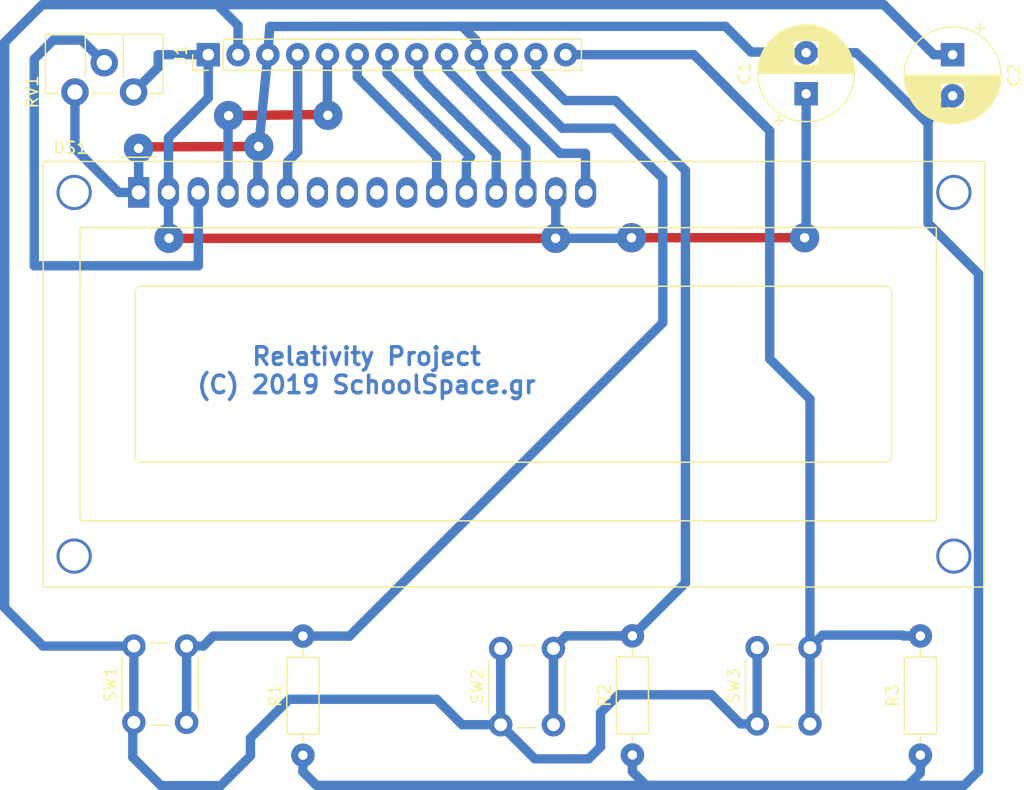
<source format=kicad_pcb>
(kicad_pcb (version 20171130) (host pcbnew "(5.0.2)-1")

  (general
    (thickness 1.6)
    (drawings 1)
    (tracks 174)
    (zones 0)
    (modules 11)
    (nets 18)
  )

  (page A4)
  (layers
    (0 F.Cu signal)
    (31 B.Cu signal)
    (32 B.Adhes user)
    (33 F.Adhes user)
    (34 B.Paste user)
    (35 F.Paste user)
    (36 B.SilkS user)
    (37 F.SilkS user)
    (38 B.Mask user)
    (39 F.Mask user)
    (40 Dwgs.User user)
    (41 Cmts.User user)
    (42 Eco1.User user)
    (43 Eco2.User user)
    (44 Edge.Cuts user)
    (45 Margin user)
    (46 B.CrtYd user)
    (47 F.CrtYd user)
    (48 B.Fab user hide)
    (49 F.Fab user hide)
  )

  (setup
    (last_trace_width 0.8)
    (trace_clearance 0.2)
    (zone_clearance 0.508)
    (zone_45_only no)
    (trace_min 0.2)
    (segment_width 0.2)
    (edge_width 0.15)
    (via_size 2)
    (via_drill 0.8)
    (via_min_size 0.4)
    (via_min_drill 0.3)
    (uvia_size 0.3)
    (uvia_drill 0.1)
    (uvias_allowed no)
    (uvia_min_size 0.2)
    (uvia_min_drill 0.1)
    (pcb_text_width 0.3)
    (pcb_text_size 1.5 1.5)
    (mod_edge_width 0.15)
    (mod_text_size 1 1)
    (mod_text_width 0.15)
    (pad_size 2 2)
    (pad_drill 0.8)
    (pad_to_mask_clearance 0.2)
    (solder_mask_min_width 0.25)
    (aux_axis_origin 0 0)
    (visible_elements 7FFFFFFF)
    (pcbplotparams
      (layerselection 0x00000_fffffffe)
      (usegerberextensions false)
      (usegerberattributes false)
      (usegerberadvancedattributes false)
      (creategerberjobfile false)
      (excludeedgelayer true)
      (linewidth 0.100000)
      (plotframeref false)
      (viasonmask false)
      (mode 1)
      (useauxorigin false)
      (hpglpennumber 1)
      (hpglpenspeed 20)
      (hpglpendiameter 15.000000)
      (psnegative false)
      (psa4output false)
      (plotreference true)
      (plotvalue true)
      (plotinvisibletext false)
      (padsonsilk false)
      (subtractmaskfromsilk false)
      (outputformat 4)
      (mirror true)
      (drillshape 1)
      (scaleselection 1)
      (outputdirectory "D:/Data/Desktop/"))
  )

  (net 0 "")
  (net 1 GND)
  (net 2 "Net-(J1-Pad11)")
  (net 3 "Net-(J1-Pad12)")
  (net 4 "Net-(J1-Pad13)")
  (net 5 "Net-(C1-Pad1)")
  (net 6 "Net-(DS1-Pad3)")
  (net 7 "Net-(DS1-Pad4)")
  (net 8 "Net-(DS1-Pad6)")
  (net 9 "Net-(DS1-Pad7)")
  (net 10 "Net-(DS1-Pad8)")
  (net 11 "Net-(DS1-Pad9)")
  (net 12 "Net-(DS1-Pad10)")
  (net 13 "Net-(DS1-Pad11)")
  (net 14 "Net-(DS1-Pad12)")
  (net 15 "Net-(DS1-Pad13)")
  (net 16 "Net-(DS1-Pad14)")
  (net 17 "Net-(C2-Pad1)")

  (net_class Default "This is the default net class."
    (clearance 0.2)
    (trace_width 0.8)
    (via_dia 2)
    (via_drill 0.8)
    (uvia_dia 0.3)
    (uvia_drill 0.1)
    (add_net GND)
    (add_net "Net-(C1-Pad1)")
    (add_net "Net-(C2-Pad1)")
    (add_net "Net-(DS1-Pad10)")
    (add_net "Net-(DS1-Pad11)")
    (add_net "Net-(DS1-Pad12)")
    (add_net "Net-(DS1-Pad13)")
    (add_net "Net-(DS1-Pad14)")
    (add_net "Net-(DS1-Pad3)")
    (add_net "Net-(DS1-Pad4)")
    (add_net "Net-(DS1-Pad6)")
    (add_net "Net-(DS1-Pad7)")
    (add_net "Net-(DS1-Pad8)")
    (add_net "Net-(DS1-Pad9)")
    (add_net "Net-(J1-Pad11)")
    (add_net "Net-(J1-Pad12)")
    (add_net "Net-(J1-Pad13)")
  )

  (module Display:WC1602A (layer F.Cu) (tedit 5A02FE80) (tstamp 5C5CBDB4)
    (at 92.704601 46.834361)
    (descr "LCD 16x2 http://www.wincomlcd.com/pdf/WC1602A-SFYLYHTC06.pdf")
    (tags "LCD 16x2 Alphanumeric 16pin")
    (path /5C573B15)
    (fp_text reference DS1 (at -5.82 -3.81) (layer F.SilkS)
      (effects (font (size 1 1) (thickness 0.15)))
    )
    (fp_text value WC1602A (at -4.31 34.66) (layer F.Fab)
      (effects (font (size 1 1) (thickness 0.15)))
    )
    (fp_line (start -8.14 33.64) (end 72.14 33.64) (layer F.SilkS) (width 0.12))
    (fp_line (start 72.14 33.64) (end 72.14 -2.64) (layer F.SilkS) (width 0.12))
    (fp_line (start 72.14 -2.64) (end -7.34 -2.64) (layer F.SilkS) (width 0.12))
    (fp_line (start -8.14 -2.64) (end -8.14 33.64) (layer F.SilkS) (width 0.12))
    (fp_line (start -8.13 -2.64) (end -7.34 -2.64) (layer F.SilkS) (width 0.12))
    (fp_line (start -8.25 -2.75) (end -8.25 33.75) (layer F.CrtYd) (width 0.05))
    (fp_line (start -8.25 33.75) (end 72.25 33.75) (layer F.CrtYd) (width 0.05))
    (fp_line (start 72.25 -2.75) (end 72.25 33.75) (layer F.CrtYd) (width 0.05))
    (fp_line (start -1.5 -3) (end 1.5 -3) (layer F.SilkS) (width 0.12))
    (fp_line (start -8.25 -2.75) (end 72.25 -2.75) (layer F.CrtYd) (width 0.05))
    (fp_line (start 1 -2.5) (end 0 -1.5) (layer F.Fab) (width 0.1))
    (fp_line (start 0 -1.5) (end -1 -2.5) (layer F.Fab) (width 0.1))
    (fp_line (start -1 -2.5) (end -8 -2.5) (layer F.Fab) (width 0.1))
    (fp_text user %R (at 30.37 14.74) (layer F.Fab)
      (effects (font (size 1 1) (thickness 0.1)))
    )
    (fp_line (start 0.2 8) (end 63.7 8) (layer F.SilkS) (width 0.12))
    (fp_line (start -0.29972 22.49932) (end -0.29972 8.5) (layer F.SilkS) (width 0.12))
    (fp_line (start 63.70066 23) (end 0.2 23) (layer F.SilkS) (width 0.12))
    (fp_line (start 64.2 8.5) (end 64.2 22.5) (layer F.SilkS) (width 0.12))
    (fp_arc (start 63.7 8.5) (end 63.7 8) (angle 90) (layer F.SilkS) (width 0.12))
    (fp_arc (start 63.70066 22.49932) (end 64.20104 22.49932) (angle 90) (layer F.SilkS) (width 0.12))
    (fp_arc (start 0.20066 22.49932) (end 0.20066 22.9997) (angle 90) (layer F.SilkS) (width 0.12))
    (fp_arc (start 0.20066 8.49884) (end -0.29972 8.49884) (angle 90) (layer F.SilkS) (width 0.12))
    (fp_line (start -5 3) (end 68 3) (layer F.SilkS) (width 0.12))
    (fp_line (start 68 3) (end 68 28) (layer F.SilkS) (width 0.12))
    (fp_line (start 68 28) (end -5 28) (layer F.SilkS) (width 0.12))
    (fp_line (start -5 28) (end -5 3) (layer F.SilkS) (width 0.12))
    (fp_line (start 1 -2.5) (end 72 -2.5) (layer F.Fab) (width 0.1))
    (fp_line (start 72 -2.5) (end 72 33.5) (layer F.Fab) (width 0.1))
    (fp_line (start 72 33.5) (end -8 33.5) (layer F.Fab) (width 0.1))
    (fp_line (start -8 33.5) (end -8 -2.5) (layer F.Fab) (width 0.1))
    (pad 1 thru_hole rect (at 0 0) (size 1.8 2.6) (drill 1.2) (layers *.Cu *.Mask)
      (net 1 GND))
    (pad 2 thru_hole oval (at 2.54 0) (size 1.8 2.6) (drill 1.2) (layers *.Cu *.Mask)
      (net 5 "Net-(C1-Pad1)"))
    (pad 3 thru_hole oval (at 5.08 0) (size 1.8 2.6) (drill 1.2) (layers *.Cu *.Mask)
      (net 6 "Net-(DS1-Pad3)"))
    (pad 4 thru_hole oval (at 7.62 0) (size 1.8 2.6) (drill 1.2) (layers *.Cu *.Mask)
      (net 7 "Net-(DS1-Pad4)"))
    (pad 5 thru_hole oval (at 10.16 0) (size 1.8 2.6) (drill 1.2) (layers *.Cu *.Mask)
      (net 1 GND))
    (pad 6 thru_hole oval (at 12.7 0) (size 1.8 2.6) (drill 1.2) (layers *.Cu *.Mask)
      (net 8 "Net-(DS1-Pad6)"))
    (pad 7 thru_hole oval (at 15.24 0) (size 1.8 2.6) (drill 1.2) (layers *.Cu *.Mask)
      (net 9 "Net-(DS1-Pad7)"))
    (pad 8 thru_hole oval (at 17.78 0) (size 1.8 2.6) (drill 1.2) (layers *.Cu *.Mask)
      (net 10 "Net-(DS1-Pad8)"))
    (pad 9 thru_hole oval (at 20.32 0) (size 1.8 2.6) (drill 1.2) (layers *.Cu *.Mask)
      (net 11 "Net-(DS1-Pad9)"))
    (pad 10 thru_hole oval (at 22.86 0) (size 1.8 2.6) (drill 1.2) (layers *.Cu *.Mask)
      (net 12 "Net-(DS1-Pad10)"))
    (pad 11 thru_hole oval (at 25.4 0) (size 1.8 2.6) (drill 1.2) (layers *.Cu *.Mask)
      (net 13 "Net-(DS1-Pad11)"))
    (pad 12 thru_hole oval (at 27.94 0) (size 1.8 2.6) (drill 1.2) (layers *.Cu *.Mask)
      (net 14 "Net-(DS1-Pad12)"))
    (pad 13 thru_hole oval (at 30.48 0) (size 1.8 2.6) (drill 1.2) (layers *.Cu *.Mask)
      (net 15 "Net-(DS1-Pad13)"))
    (pad 14 thru_hole oval (at 33.02 0) (size 1.8 2.6) (drill 1.2) (layers *.Cu *.Mask)
      (net 16 "Net-(DS1-Pad14)"))
    (pad 15 thru_hole oval (at 35.56 0) (size 1.8 2.6) (drill 1.2) (layers *.Cu *.Mask)
      (net 5 "Net-(C1-Pad1)"))
    (pad 16 thru_hole oval (at 38.1 0) (size 1.8 2.6) (drill 1.2) (layers *.Cu *.Mask)
      (net 1 GND))
    (pad "" thru_hole circle (at -5.4991 0) (size 3 3) (drill 2.5) (layers *.Cu *.Mask))
    (pad "" thru_hole circle (at -5.4991 31.0007) (size 3 3) (drill 2.5) (layers *.Cu *.Mask))
    (pad "" thru_hole circle (at 69.49948 31.0007) (size 3 3) (drill 2.5) (layers *.Cu *.Mask))
    (pad "" thru_hole circle (at 69.5 0) (size 3 3) (drill 2.5) (layers *.Cu *.Mask))
    (model ${KISYS3DMOD}/Display.3dshapes/WC1602A.wrl
      (at (xyz 0 0 0))
      (scale (xyz 1 1 1))
      (rotate (xyz 0 0 0))
    )
  )

  (module Resistor_THT:R_Axial_DIN0207_L6.3mm_D2.5mm_P10.16mm_Horizontal (layer F.Cu) (tedit 5C5C9BD9) (tstamp 5C5CB054)
    (at 159.3469 94.8055 90)
    (descr "Resistor, Axial_DIN0207 series, Axial, Horizontal, pin pitch=10.16mm, 0.25W = 1/4W, length*diameter=6.3*2.5mm^2, http://cdn-reichelt.de/documents/datenblatt/B400/1_4W%23YAG.pdf")
    (tags "Resistor Axial_DIN0207 series Axial Horizontal pin pitch 10.16mm 0.25W = 1/4W length 6.3mm diameter 2.5mm")
    (path /5C573F5F)
    (fp_text reference R3 (at 5.08 -2.37 90) (layer F.SilkS)
      (effects (font (size 1 1) (thickness 0.15)))
    )
    (fp_text value 10k (at 5.08 2.37 90) (layer F.Fab)
      (effects (font (size 1 1) (thickness 0.15)))
    )
    (fp_line (start 1.93 -1.25) (end 1.93 1.25) (layer F.Fab) (width 0.1))
    (fp_line (start 1.93 1.25) (end 8.23 1.25) (layer F.Fab) (width 0.1))
    (fp_line (start 8.23 1.25) (end 8.23 -1.25) (layer F.Fab) (width 0.1))
    (fp_line (start 8.23 -1.25) (end 1.93 -1.25) (layer F.Fab) (width 0.1))
    (fp_line (start 0 0) (end 1.93 0) (layer F.Fab) (width 0.1))
    (fp_line (start 10.16 0) (end 8.23 0) (layer F.Fab) (width 0.1))
    (fp_line (start 1.81 -1.37) (end 1.81 1.37) (layer F.SilkS) (width 0.12))
    (fp_line (start 1.81 1.37) (end 8.35 1.37) (layer F.SilkS) (width 0.12))
    (fp_line (start 8.35 1.37) (end 8.35 -1.37) (layer F.SilkS) (width 0.12))
    (fp_line (start 8.35 -1.37) (end 1.81 -1.37) (layer F.SilkS) (width 0.12))
    (fp_line (start 1.04 0) (end 1.81 0) (layer F.SilkS) (width 0.12))
    (fp_line (start 9.12 0) (end 8.35 0) (layer F.SilkS) (width 0.12))
    (fp_line (start -1.05 -1.5) (end -1.05 1.5) (layer F.CrtYd) (width 0.05))
    (fp_line (start -1.05 1.5) (end 11.21 1.5) (layer F.CrtYd) (width 0.05))
    (fp_line (start 11.21 1.5) (end 11.21 -1.5) (layer F.CrtYd) (width 0.05))
    (fp_line (start 11.21 -1.5) (end -1.05 -1.5) (layer F.CrtYd) (width 0.05))
    (fp_text user %R (at 5.08 0 90) (layer F.Fab)
      (effects (font (size 1 1) (thickness 0.15)))
    )
    (pad 1 thru_hole circle (at 0 0 90) (size 2 2) (drill 0.8) (layers *.Cu *.Mask)
      (net 1 GND))
    (pad 2 thru_hole oval (at 10.16 0 90) (size 2 2) (drill 0.8) (layers *.Cu *.Mask)
      (net 4 "Net-(J1-Pad13)"))
    (model ${KISYS3DMOD}/Resistor_THT.3dshapes/R_Axial_DIN0207_L6.3mm_D2.5mm_P10.16mm_Horizontal.wrl
      (at (xyz 0 0 0))
      (scale (xyz 1 1 1))
      (rotate (xyz 0 0 0))
    )
  )

  (module Resistor_THT:R_Axial_DIN0207_L6.3mm_D2.5mm_P10.16mm_Horizontal (layer F.Cu) (tedit 5C5C9C02) (tstamp 5C5CB03E)
    (at 134.7978 94.79788 90)
    (descr "Resistor, Axial_DIN0207 series, Axial, Horizontal, pin pitch=10.16mm, 0.25W = 1/4W, length*diameter=6.3*2.5mm^2, http://cdn-reichelt.de/documents/datenblatt/B400/1_4W%23YAG.pdf")
    (tags "Resistor Axial_DIN0207 series Axial Horizontal pin pitch 10.16mm 0.25W = 1/4W length 6.3mm diameter 2.5mm")
    (path /5C573F33)
    (fp_text reference R2 (at 5.08 -2.37 90) (layer F.SilkS)
      (effects (font (size 1 1) (thickness 0.15)))
    )
    (fp_text value 10k (at 5.08 2.37 90) (layer F.Fab)
      (effects (font (size 1 1) (thickness 0.15)))
    )
    (fp_text user %R (at 5.08 0 90) (layer F.Fab)
      (effects (font (size 1 1) (thickness 0.15)))
    )
    (fp_line (start 11.21 -1.5) (end -1.05 -1.5) (layer F.CrtYd) (width 0.05))
    (fp_line (start 11.21 1.5) (end 11.21 -1.5) (layer F.CrtYd) (width 0.05))
    (fp_line (start -1.05 1.5) (end 11.21 1.5) (layer F.CrtYd) (width 0.05))
    (fp_line (start -1.05 -1.5) (end -1.05 1.5) (layer F.CrtYd) (width 0.05))
    (fp_line (start 9.12 0) (end 8.35 0) (layer F.SilkS) (width 0.12))
    (fp_line (start 1.04 0) (end 1.81 0) (layer F.SilkS) (width 0.12))
    (fp_line (start 8.35 -1.37) (end 1.81 -1.37) (layer F.SilkS) (width 0.12))
    (fp_line (start 8.35 1.37) (end 8.35 -1.37) (layer F.SilkS) (width 0.12))
    (fp_line (start 1.81 1.37) (end 8.35 1.37) (layer F.SilkS) (width 0.12))
    (fp_line (start 1.81 -1.37) (end 1.81 1.37) (layer F.SilkS) (width 0.12))
    (fp_line (start 10.16 0) (end 8.23 0) (layer F.Fab) (width 0.1))
    (fp_line (start 0 0) (end 1.93 0) (layer F.Fab) (width 0.1))
    (fp_line (start 8.23 -1.25) (end 1.93 -1.25) (layer F.Fab) (width 0.1))
    (fp_line (start 8.23 1.25) (end 8.23 -1.25) (layer F.Fab) (width 0.1))
    (fp_line (start 1.93 1.25) (end 8.23 1.25) (layer F.Fab) (width 0.1))
    (fp_line (start 1.93 -1.25) (end 1.93 1.25) (layer F.Fab) (width 0.1))
    (pad 2 thru_hole oval (at 10.16 0 90) (size 2 2) (drill 0.8) (layers *.Cu *.Mask)
      (net 3 "Net-(J1-Pad12)"))
    (pad 1 thru_hole circle (at 0 0 90) (size 2 2) (drill 0.8) (layers *.Cu *.Mask)
      (net 1 GND))
    (model ${KISYS3DMOD}/Resistor_THT.3dshapes/R_Axial_DIN0207_L6.3mm_D2.5mm_P10.16mm_Horizontal.wrl
      (at (xyz 0 0 0))
      (scale (xyz 1 1 1))
      (rotate (xyz 0 0 0))
    )
  )

  (module Resistor_THT:R_Axial_DIN0207_L6.3mm_D2.5mm_P10.16mm_Horizontal (layer F.Cu) (tedit 5C5C9C1B) (tstamp 5C5CB028)
    (at 106.70794 94.81566 90)
    (descr "Resistor, Axial_DIN0207 series, Axial, Horizontal, pin pitch=10.16mm, 0.25W = 1/4W, length*diameter=6.3*2.5mm^2, http://cdn-reichelt.de/documents/datenblatt/B400/1_4W%23YAG.pdf")
    (tags "Resistor Axial_DIN0207 series Axial Horizontal pin pitch 10.16mm 0.25W = 1/4W length 6.3mm diameter 2.5mm")
    (path /5C573EB5)
    (fp_text reference R1 (at 5.08 -2.37 90) (layer F.SilkS)
      (effects (font (size 1 1) (thickness 0.15)))
    )
    (fp_text value 10k (at 5.08 2.37 90) (layer F.Fab)
      (effects (font (size 1 1) (thickness 0.15)))
    )
    (fp_line (start 1.93 -1.25) (end 1.93 1.25) (layer F.Fab) (width 0.1))
    (fp_line (start 1.93 1.25) (end 8.23 1.25) (layer F.Fab) (width 0.1))
    (fp_line (start 8.23 1.25) (end 8.23 -1.25) (layer F.Fab) (width 0.1))
    (fp_line (start 8.23 -1.25) (end 1.93 -1.25) (layer F.Fab) (width 0.1))
    (fp_line (start 0 0) (end 1.93 0) (layer F.Fab) (width 0.1))
    (fp_line (start 10.16 0) (end 8.23 0) (layer F.Fab) (width 0.1))
    (fp_line (start 1.81 -1.37) (end 1.81 1.37) (layer F.SilkS) (width 0.12))
    (fp_line (start 1.81 1.37) (end 8.35 1.37) (layer F.SilkS) (width 0.12))
    (fp_line (start 8.35 1.37) (end 8.35 -1.37) (layer F.SilkS) (width 0.12))
    (fp_line (start 8.35 -1.37) (end 1.81 -1.37) (layer F.SilkS) (width 0.12))
    (fp_line (start 1.04 0) (end 1.81 0) (layer F.SilkS) (width 0.12))
    (fp_line (start 9.12 0) (end 8.35 0) (layer F.SilkS) (width 0.12))
    (fp_line (start -1.05 -1.5) (end -1.05 1.5) (layer F.CrtYd) (width 0.05))
    (fp_line (start -1.05 1.5) (end 11.21 1.5) (layer F.CrtYd) (width 0.05))
    (fp_line (start 11.21 1.5) (end 11.21 -1.5) (layer F.CrtYd) (width 0.05))
    (fp_line (start 11.21 -1.5) (end -1.05 -1.5) (layer F.CrtYd) (width 0.05))
    (fp_text user %R (at 5.08 0 90) (layer F.Fab)
      (effects (font (size 1 1) (thickness 0.15)))
    )
    (pad 1 thru_hole circle (at 0 0 90) (size 2 2) (drill 0.8) (layers *.Cu *.Mask)
      (net 1 GND))
    (pad 2 thru_hole oval (at 10.16 0 90) (size 2 2) (drill 0.8) (layers *.Cu *.Mask)
      (net 2 "Net-(J1-Pad11)"))
    (model ${KISYS3DMOD}/Resistor_THT.3dshapes/R_Axial_DIN0207_L6.3mm_D2.5mm_P10.16mm_Horizontal.wrl
      (at (xyz 0 0 0))
      (scale (xyz 1 1 1))
      (rotate (xyz 0 0 0))
    )
  )

  (module Button_Switch_THT:SW_PUSH_6mm_H4.3mm (layer F.Cu) (tedit 5A02FE31) (tstamp 5C58AC5E)
    (at 145.43532 92.14358 90)
    (descr "tactile push button, 6x6mm e.g. PHAP33xx series, height=4.3mm")
    (tags "tact sw push 6mm")
    (path /5C573E43)
    (fp_text reference SW3 (at 3.25 -2 90) (layer F.SilkS)
      (effects (font (size 1 1) (thickness 0.15)))
    )
    (fp_text value SW_Push (at 3.75 6.7 90) (layer F.Fab)
      (effects (font (size 1 1) (thickness 0.15)))
    )
    (fp_text user %R (at 3.25 2.25 90) (layer F.Fab)
      (effects (font (size 1 1) (thickness 0.15)))
    )
    (fp_line (start 3.25 -0.75) (end 6.25 -0.75) (layer F.Fab) (width 0.1))
    (fp_line (start 6.25 -0.75) (end 6.25 5.25) (layer F.Fab) (width 0.1))
    (fp_line (start 6.25 5.25) (end 0.25 5.25) (layer F.Fab) (width 0.1))
    (fp_line (start 0.25 5.25) (end 0.25 -0.75) (layer F.Fab) (width 0.1))
    (fp_line (start 0.25 -0.75) (end 3.25 -0.75) (layer F.Fab) (width 0.1))
    (fp_line (start 7.75 6) (end 8 6) (layer F.CrtYd) (width 0.05))
    (fp_line (start 8 6) (end 8 5.75) (layer F.CrtYd) (width 0.05))
    (fp_line (start 7.75 -1.5) (end 8 -1.5) (layer F.CrtYd) (width 0.05))
    (fp_line (start 8 -1.5) (end 8 -1.25) (layer F.CrtYd) (width 0.05))
    (fp_line (start -1.5 -1.25) (end -1.5 -1.5) (layer F.CrtYd) (width 0.05))
    (fp_line (start -1.5 -1.5) (end -1.25 -1.5) (layer F.CrtYd) (width 0.05))
    (fp_line (start -1.5 5.75) (end -1.5 6) (layer F.CrtYd) (width 0.05))
    (fp_line (start -1.5 6) (end -1.25 6) (layer F.CrtYd) (width 0.05))
    (fp_line (start -1.25 -1.5) (end 7.75 -1.5) (layer F.CrtYd) (width 0.05))
    (fp_line (start -1.5 5.75) (end -1.5 -1.25) (layer F.CrtYd) (width 0.05))
    (fp_line (start 7.75 6) (end -1.25 6) (layer F.CrtYd) (width 0.05))
    (fp_line (start 8 -1.25) (end 8 5.75) (layer F.CrtYd) (width 0.05))
    (fp_line (start 1 5.5) (end 5.5 5.5) (layer F.SilkS) (width 0.12))
    (fp_line (start -0.25 1.5) (end -0.25 3) (layer F.SilkS) (width 0.12))
    (fp_line (start 5.5 -1) (end 1 -1) (layer F.SilkS) (width 0.12))
    (fp_line (start 6.75 3) (end 6.75 1.5) (layer F.SilkS) (width 0.12))
    (fp_circle (center 3.25 2.25) (end 1.25 2.5) (layer F.Fab) (width 0.1))
    (pad 2 thru_hole circle (at 0 4.5 180) (size 2 2) (drill 1.1) (layers *.Cu *.Mask)
      (net 4 "Net-(J1-Pad13)"))
    (pad 1 thru_hole circle (at 0 0 180) (size 2 2) (drill 1.1) (layers *.Cu *.Mask)
      (net 17 "Net-(C2-Pad1)"))
    (pad 2 thru_hole circle (at 6.5 4.5 180) (size 2 2) (drill 1.1) (layers *.Cu *.Mask)
      (net 4 "Net-(J1-Pad13)"))
    (pad 1 thru_hole circle (at 6.5 0 180) (size 2 2) (drill 1.1) (layers *.Cu *.Mask)
      (net 17 "Net-(C2-Pad1)"))
    (model ${KISYS3DMOD}/Button_Switch_THT.3dshapes/SW_PUSH_6mm_H4.3mm.wrl
      (at (xyz 0 0 0))
      (scale (xyz 1 1 1))
      (rotate (xyz 0 0 0))
    )
  )

  (module Button_Switch_THT:SW_PUSH_6mm_H4.3mm (layer F.Cu) (tedit 5A02FE31) (tstamp 5C5C78E2)
    (at 123.56592 92.21216 90)
    (descr "tactile push button, 6x6mm e.g. PHAP33xx series, height=4.3mm")
    (tags "tact sw push 6mm")
    (path /5C573BCF)
    (fp_text reference SW2 (at 3.25 -2 90) (layer F.SilkS)
      (effects (font (size 1 1) (thickness 0.15)))
    )
    (fp_text value SW_Push (at 3.75 6.7 90) (layer F.Fab)
      (effects (font (size 1 1) (thickness 0.15)))
    )
    (fp_circle (center 3.25 2.25) (end 1.25 2.5) (layer F.Fab) (width 0.1))
    (fp_line (start 6.75 3) (end 6.75 1.5) (layer F.SilkS) (width 0.12))
    (fp_line (start 5.5 -1) (end 1 -1) (layer F.SilkS) (width 0.12))
    (fp_line (start -0.25 1.5) (end -0.25 3) (layer F.SilkS) (width 0.12))
    (fp_line (start 1 5.5) (end 5.5 5.5) (layer F.SilkS) (width 0.12))
    (fp_line (start 8 -1.25) (end 8 5.75) (layer F.CrtYd) (width 0.05))
    (fp_line (start 7.75 6) (end -1.25 6) (layer F.CrtYd) (width 0.05))
    (fp_line (start -1.5 5.75) (end -1.5 -1.25) (layer F.CrtYd) (width 0.05))
    (fp_line (start -1.25 -1.5) (end 7.75 -1.5) (layer F.CrtYd) (width 0.05))
    (fp_line (start -1.5 6) (end -1.25 6) (layer F.CrtYd) (width 0.05))
    (fp_line (start -1.5 5.75) (end -1.5 6) (layer F.CrtYd) (width 0.05))
    (fp_line (start -1.5 -1.5) (end -1.25 -1.5) (layer F.CrtYd) (width 0.05))
    (fp_line (start -1.5 -1.25) (end -1.5 -1.5) (layer F.CrtYd) (width 0.05))
    (fp_line (start 8 -1.5) (end 8 -1.25) (layer F.CrtYd) (width 0.05))
    (fp_line (start 7.75 -1.5) (end 8 -1.5) (layer F.CrtYd) (width 0.05))
    (fp_line (start 8 6) (end 8 5.75) (layer F.CrtYd) (width 0.05))
    (fp_line (start 7.75 6) (end 8 6) (layer F.CrtYd) (width 0.05))
    (fp_line (start 0.25 -0.75) (end 3.25 -0.75) (layer F.Fab) (width 0.1))
    (fp_line (start 0.25 5.25) (end 0.25 -0.75) (layer F.Fab) (width 0.1))
    (fp_line (start 6.25 5.25) (end 0.25 5.25) (layer F.Fab) (width 0.1))
    (fp_line (start 6.25 -0.75) (end 6.25 5.25) (layer F.Fab) (width 0.1))
    (fp_line (start 3.25 -0.75) (end 6.25 -0.75) (layer F.Fab) (width 0.1))
    (fp_text user %R (at 3.25 2.25 90) (layer F.Fab)
      (effects (font (size 1 1) (thickness 0.15)))
    )
    (pad 1 thru_hole circle (at 6.5 0 180) (size 2 2) (drill 1.1) (layers *.Cu *.Mask)
      (net 17 "Net-(C2-Pad1)"))
    (pad 2 thru_hole circle (at 6.5 4.5 180) (size 2 2) (drill 1.1) (layers *.Cu *.Mask)
      (net 3 "Net-(J1-Pad12)"))
    (pad 1 thru_hole circle (at 0 0 180) (size 2 2) (drill 1.1) (layers *.Cu *.Mask)
      (net 17 "Net-(C2-Pad1)"))
    (pad 2 thru_hole circle (at 0 4.5 180) (size 2 2) (drill 1.1) (layers *.Cu *.Mask)
      (net 3 "Net-(J1-Pad12)"))
    (model ${KISYS3DMOD}/Button_Switch_THT.3dshapes/SW_PUSH_6mm_H4.3mm.wrl
      (at (xyz 0 0 0))
      (scale (xyz 1 1 1))
      (rotate (xyz 0 0 0))
    )
  )

  (module Button_Switch_THT:SW_PUSH_6mm_H4.3mm (layer F.Cu) (tedit 5A02FE31) (tstamp 5C58AC20)
    (at 92.29344 92.00642 90)
    (descr "tactile push button, 6x6mm e.g. PHAP33xx series, height=4.3mm")
    (tags "tact sw push 6mm")
    (path /5C5739AD)
    (fp_text reference SW1 (at 3.25 -2 90) (layer F.SilkS)
      (effects (font (size 1 1) (thickness 0.15)))
    )
    (fp_text value SW_Push (at 3.75 6.7 90) (layer F.Fab)
      (effects (font (size 1 1) (thickness 0.15)))
    )
    (fp_text user %R (at 3.25 2.25 90) (layer F.Fab)
      (effects (font (size 1 1) (thickness 0.15)))
    )
    (fp_line (start 3.25 -0.75) (end 6.25 -0.75) (layer F.Fab) (width 0.1))
    (fp_line (start 6.25 -0.75) (end 6.25 5.25) (layer F.Fab) (width 0.1))
    (fp_line (start 6.25 5.25) (end 0.25 5.25) (layer F.Fab) (width 0.1))
    (fp_line (start 0.25 5.25) (end 0.25 -0.75) (layer F.Fab) (width 0.1))
    (fp_line (start 0.25 -0.75) (end 3.25 -0.75) (layer F.Fab) (width 0.1))
    (fp_line (start 7.75 6) (end 8 6) (layer F.CrtYd) (width 0.05))
    (fp_line (start 8 6) (end 8 5.75) (layer F.CrtYd) (width 0.05))
    (fp_line (start 7.75 -1.5) (end 8 -1.5) (layer F.CrtYd) (width 0.05))
    (fp_line (start 8 -1.5) (end 8 -1.25) (layer F.CrtYd) (width 0.05))
    (fp_line (start -1.5 -1.25) (end -1.5 -1.5) (layer F.CrtYd) (width 0.05))
    (fp_line (start -1.5 -1.5) (end -1.25 -1.5) (layer F.CrtYd) (width 0.05))
    (fp_line (start -1.5 5.75) (end -1.5 6) (layer F.CrtYd) (width 0.05))
    (fp_line (start -1.5 6) (end -1.25 6) (layer F.CrtYd) (width 0.05))
    (fp_line (start -1.25 -1.5) (end 7.75 -1.5) (layer F.CrtYd) (width 0.05))
    (fp_line (start -1.5 5.75) (end -1.5 -1.25) (layer F.CrtYd) (width 0.05))
    (fp_line (start 7.75 6) (end -1.25 6) (layer F.CrtYd) (width 0.05))
    (fp_line (start 8 -1.25) (end 8 5.75) (layer F.CrtYd) (width 0.05))
    (fp_line (start 1 5.5) (end 5.5 5.5) (layer F.SilkS) (width 0.12))
    (fp_line (start -0.25 1.5) (end -0.25 3) (layer F.SilkS) (width 0.12))
    (fp_line (start 5.5 -1) (end 1 -1) (layer F.SilkS) (width 0.12))
    (fp_line (start 6.75 3) (end 6.75 1.5) (layer F.SilkS) (width 0.12))
    (fp_circle (center 3.25 2.25) (end 1.25 2.5) (layer F.Fab) (width 0.1))
    (pad 2 thru_hole circle (at 0 4.5 180) (size 2 2) (drill 1.1) (layers *.Cu *.Mask)
      (net 2 "Net-(J1-Pad11)"))
    (pad 1 thru_hole circle (at 0 0 180) (size 2 2) (drill 1.1) (layers *.Cu *.Mask)
      (net 17 "Net-(C2-Pad1)"))
    (pad 2 thru_hole circle (at 6.5 4.5 180) (size 2 2) (drill 1.1) (layers *.Cu *.Mask)
      (net 2 "Net-(J1-Pad11)"))
    (pad 1 thru_hole circle (at 6.5 0 180) (size 2 2) (drill 1.1) (layers *.Cu *.Mask)
      (net 17 "Net-(C2-Pad1)"))
    (model ${KISYS3DMOD}/Button_Switch_THT.3dshapes/SW_PUSH_6mm_H4.3mm.wrl
      (at (xyz 0 0 0))
      (scale (xyz 1 1 1))
      (rotate (xyz 0 0 0))
    )
  )

  (module Capacitor_THT:CP_Radial_D8.0mm_P3.50mm (layer F.Cu) (tedit 5C5C92DD) (tstamp 5C58AC01)
    (at 162.09772 35.09518 270)
    (descr "CP, Radial series, Radial, pin pitch=3.50mm, , diameter=8mm, Electrolytic Capacitor")
    (tags "CP Radial series Radial pin pitch 3.50mm  diameter 8mm Electrolytic Capacitor")
    (path /5C5A4DF1)
    (fp_text reference C2 (at 1.75 -5.25 270) (layer F.SilkS)
      (effects (font (size 1 1) (thickness 0.15)))
    )
    (fp_text value 100μ (at 1.75 5.25 270) (layer F.Fab)
      (effects (font (size 1 1) (thickness 0.15)))
    )
    (fp_text user %R (at 1.75 0 270) (layer F.Fab)
      (effects (font (size 1 1) (thickness 0.15)))
    )
    (fp_line (start -2.259698 -2.715) (end -2.259698 -1.915) (layer F.SilkS) (width 0.12))
    (fp_line (start -2.659698 -2.315) (end -1.859698 -2.315) (layer F.SilkS) (width 0.12))
    (fp_line (start 5.831 -0.533) (end 5.831 0.533) (layer F.SilkS) (width 0.12))
    (fp_line (start 5.791 -0.768) (end 5.791 0.768) (layer F.SilkS) (width 0.12))
    (fp_line (start 5.751 -0.948) (end 5.751 0.948) (layer F.SilkS) (width 0.12))
    (fp_line (start 5.711 -1.098) (end 5.711 1.098) (layer F.SilkS) (width 0.12))
    (fp_line (start 5.671 -1.229) (end 5.671 1.229) (layer F.SilkS) (width 0.12))
    (fp_line (start 5.631 -1.346) (end 5.631 1.346) (layer F.SilkS) (width 0.12))
    (fp_line (start 5.591 -1.453) (end 5.591 1.453) (layer F.SilkS) (width 0.12))
    (fp_line (start 5.551 -1.552) (end 5.551 1.552) (layer F.SilkS) (width 0.12))
    (fp_line (start 5.511 -1.645) (end 5.511 1.645) (layer F.SilkS) (width 0.12))
    (fp_line (start 5.471 -1.731) (end 5.471 1.731) (layer F.SilkS) (width 0.12))
    (fp_line (start 5.431 -1.813) (end 5.431 1.813) (layer F.SilkS) (width 0.12))
    (fp_line (start 5.391 -1.89) (end 5.391 1.89) (layer F.SilkS) (width 0.12))
    (fp_line (start 5.351 -1.964) (end 5.351 1.964) (layer F.SilkS) (width 0.12))
    (fp_line (start 5.311 -2.034) (end 5.311 2.034) (layer F.SilkS) (width 0.12))
    (fp_line (start 5.271 -2.102) (end 5.271 2.102) (layer F.SilkS) (width 0.12))
    (fp_line (start 5.231 -2.166) (end 5.231 2.166) (layer F.SilkS) (width 0.12))
    (fp_line (start 5.191 -2.228) (end 5.191 2.228) (layer F.SilkS) (width 0.12))
    (fp_line (start 5.151 -2.287) (end 5.151 2.287) (layer F.SilkS) (width 0.12))
    (fp_line (start 5.111 -2.345) (end 5.111 2.345) (layer F.SilkS) (width 0.12))
    (fp_line (start 5.071 -2.4) (end 5.071 2.4) (layer F.SilkS) (width 0.12))
    (fp_line (start 5.031 -2.454) (end 5.031 2.454) (layer F.SilkS) (width 0.12))
    (fp_line (start 4.991 -2.505) (end 4.991 2.505) (layer F.SilkS) (width 0.12))
    (fp_line (start 4.951 -2.556) (end 4.951 2.556) (layer F.SilkS) (width 0.12))
    (fp_line (start 4.911 -2.604) (end 4.911 2.604) (layer F.SilkS) (width 0.12))
    (fp_line (start 4.871 -2.651) (end 4.871 2.651) (layer F.SilkS) (width 0.12))
    (fp_line (start 4.831 -2.697) (end 4.831 2.697) (layer F.SilkS) (width 0.12))
    (fp_line (start 4.791 -2.741) (end 4.791 2.741) (layer F.SilkS) (width 0.12))
    (fp_line (start 4.751 -2.784) (end 4.751 2.784) (layer F.SilkS) (width 0.12))
    (fp_line (start 4.711 -2.826) (end 4.711 2.826) (layer F.SilkS) (width 0.12))
    (fp_line (start 4.671 -2.867) (end 4.671 2.867) (layer F.SilkS) (width 0.12))
    (fp_line (start 4.631 -2.907) (end 4.631 2.907) (layer F.SilkS) (width 0.12))
    (fp_line (start 4.591 -2.945) (end 4.591 2.945) (layer F.SilkS) (width 0.12))
    (fp_line (start 4.551 -2.983) (end 4.551 2.983) (layer F.SilkS) (width 0.12))
    (fp_line (start 4.511 1.04) (end 4.511 3.019) (layer F.SilkS) (width 0.12))
    (fp_line (start 4.511 -3.019) (end 4.511 -1.04) (layer F.SilkS) (width 0.12))
    (fp_line (start 4.471 1.04) (end 4.471 3.055) (layer F.SilkS) (width 0.12))
    (fp_line (start 4.471 -3.055) (end 4.471 -1.04) (layer F.SilkS) (width 0.12))
    (fp_line (start 4.431 1.04) (end 4.431 3.09) (layer F.SilkS) (width 0.12))
    (fp_line (start 4.431 -3.09) (end 4.431 -1.04) (layer F.SilkS) (width 0.12))
    (fp_line (start 4.391 1.04) (end 4.391 3.124) (layer F.SilkS) (width 0.12))
    (fp_line (start 4.391 -3.124) (end 4.391 -1.04) (layer F.SilkS) (width 0.12))
    (fp_line (start 4.351 1.04) (end 4.351 3.156) (layer F.SilkS) (width 0.12))
    (fp_line (start 4.351 -3.156) (end 4.351 -1.04) (layer F.SilkS) (width 0.12))
    (fp_line (start 4.311 1.04) (end 4.311 3.189) (layer F.SilkS) (width 0.12))
    (fp_line (start 4.311 -3.189) (end 4.311 -1.04) (layer F.SilkS) (width 0.12))
    (fp_line (start 4.271 1.04) (end 4.271 3.22) (layer F.SilkS) (width 0.12))
    (fp_line (start 4.271 -3.22) (end 4.271 -1.04) (layer F.SilkS) (width 0.12))
    (fp_line (start 4.231 1.04) (end 4.231 3.25) (layer F.SilkS) (width 0.12))
    (fp_line (start 4.231 -3.25) (end 4.231 -1.04) (layer F.SilkS) (width 0.12))
    (fp_line (start 4.191 1.04) (end 4.191 3.28) (layer F.SilkS) (width 0.12))
    (fp_line (start 4.191 -3.28) (end 4.191 -1.04) (layer F.SilkS) (width 0.12))
    (fp_line (start 4.151 1.04) (end 4.151 3.309) (layer F.SilkS) (width 0.12))
    (fp_line (start 4.151 -3.309) (end 4.151 -1.04) (layer F.SilkS) (width 0.12))
    (fp_line (start 4.111 1.04) (end 4.111 3.338) (layer F.SilkS) (width 0.12))
    (fp_line (start 4.111 -3.338) (end 4.111 -1.04) (layer F.SilkS) (width 0.12))
    (fp_line (start 4.071 1.04) (end 4.071 3.365) (layer F.SilkS) (width 0.12))
    (fp_line (start 4.071 -3.365) (end 4.071 -1.04) (layer F.SilkS) (width 0.12))
    (fp_line (start 4.031 1.04) (end 4.031 3.392) (layer F.SilkS) (width 0.12))
    (fp_line (start 4.031 -3.392) (end 4.031 -1.04) (layer F.SilkS) (width 0.12))
    (fp_line (start 3.991 1.04) (end 3.991 3.418) (layer F.SilkS) (width 0.12))
    (fp_line (start 3.991 -3.418) (end 3.991 -1.04) (layer F.SilkS) (width 0.12))
    (fp_line (start 3.951 1.04) (end 3.951 3.444) (layer F.SilkS) (width 0.12))
    (fp_line (start 3.951 -3.444) (end 3.951 -1.04) (layer F.SilkS) (width 0.12))
    (fp_line (start 3.911 1.04) (end 3.911 3.469) (layer F.SilkS) (width 0.12))
    (fp_line (start 3.911 -3.469) (end 3.911 -1.04) (layer F.SilkS) (width 0.12))
    (fp_line (start 3.871 1.04) (end 3.871 3.493) (layer F.SilkS) (width 0.12))
    (fp_line (start 3.871 -3.493) (end 3.871 -1.04) (layer F.SilkS) (width 0.12))
    (fp_line (start 3.831 1.04) (end 3.831 3.517) (layer F.SilkS) (width 0.12))
    (fp_line (start 3.831 -3.517) (end 3.831 -1.04) (layer F.SilkS) (width 0.12))
    (fp_line (start 3.791 1.04) (end 3.791 3.54) (layer F.SilkS) (width 0.12))
    (fp_line (start 3.791 -3.54) (end 3.791 -1.04) (layer F.SilkS) (width 0.12))
    (fp_line (start 3.751 1.04) (end 3.751 3.562) (layer F.SilkS) (width 0.12))
    (fp_line (start 3.751 -3.562) (end 3.751 -1.04) (layer F.SilkS) (width 0.12))
    (fp_line (start 3.711 1.04) (end 3.711 3.584) (layer F.SilkS) (width 0.12))
    (fp_line (start 3.711 -3.584) (end 3.711 -1.04) (layer F.SilkS) (width 0.12))
    (fp_line (start 3.671 1.04) (end 3.671 3.606) (layer F.SilkS) (width 0.12))
    (fp_line (start 3.671 -3.606) (end 3.671 -1.04) (layer F.SilkS) (width 0.12))
    (fp_line (start 3.631 1.04) (end 3.631 3.627) (layer F.SilkS) (width 0.12))
    (fp_line (start 3.631 -3.627) (end 3.631 -1.04) (layer F.SilkS) (width 0.12))
    (fp_line (start 3.591 1.04) (end 3.591 3.647) (layer F.SilkS) (width 0.12))
    (fp_line (start 3.591 -3.647) (end 3.591 -1.04) (layer F.SilkS) (width 0.12))
    (fp_line (start 3.551 1.04) (end 3.551 3.666) (layer F.SilkS) (width 0.12))
    (fp_line (start 3.551 -3.666) (end 3.551 -1.04) (layer F.SilkS) (width 0.12))
    (fp_line (start 3.511 1.04) (end 3.511 3.686) (layer F.SilkS) (width 0.12))
    (fp_line (start 3.511 -3.686) (end 3.511 -1.04) (layer F.SilkS) (width 0.12))
    (fp_line (start 3.471 1.04) (end 3.471 3.704) (layer F.SilkS) (width 0.12))
    (fp_line (start 3.471 -3.704) (end 3.471 -1.04) (layer F.SilkS) (width 0.12))
    (fp_line (start 3.431 1.04) (end 3.431 3.722) (layer F.SilkS) (width 0.12))
    (fp_line (start 3.431 -3.722) (end 3.431 -1.04) (layer F.SilkS) (width 0.12))
    (fp_line (start 3.391 1.04) (end 3.391 3.74) (layer F.SilkS) (width 0.12))
    (fp_line (start 3.391 -3.74) (end 3.391 -1.04) (layer F.SilkS) (width 0.12))
    (fp_line (start 3.351 1.04) (end 3.351 3.757) (layer F.SilkS) (width 0.12))
    (fp_line (start 3.351 -3.757) (end 3.351 -1.04) (layer F.SilkS) (width 0.12))
    (fp_line (start 3.311 1.04) (end 3.311 3.774) (layer F.SilkS) (width 0.12))
    (fp_line (start 3.311 -3.774) (end 3.311 -1.04) (layer F.SilkS) (width 0.12))
    (fp_line (start 3.271 1.04) (end 3.271 3.79) (layer F.SilkS) (width 0.12))
    (fp_line (start 3.271 -3.79) (end 3.271 -1.04) (layer F.SilkS) (width 0.12))
    (fp_line (start 3.231 1.04) (end 3.231 3.805) (layer F.SilkS) (width 0.12))
    (fp_line (start 3.231 -3.805) (end 3.231 -1.04) (layer F.SilkS) (width 0.12))
    (fp_line (start 3.191 1.04) (end 3.191 3.821) (layer F.SilkS) (width 0.12))
    (fp_line (start 3.191 -3.821) (end 3.191 -1.04) (layer F.SilkS) (width 0.12))
    (fp_line (start 3.151 1.04) (end 3.151 3.835) (layer F.SilkS) (width 0.12))
    (fp_line (start 3.151 -3.835) (end 3.151 -1.04) (layer F.SilkS) (width 0.12))
    (fp_line (start 3.111 1.04) (end 3.111 3.85) (layer F.SilkS) (width 0.12))
    (fp_line (start 3.111 -3.85) (end 3.111 -1.04) (layer F.SilkS) (width 0.12))
    (fp_line (start 3.071 1.04) (end 3.071 3.863) (layer F.SilkS) (width 0.12))
    (fp_line (start 3.071 -3.863) (end 3.071 -1.04) (layer F.SilkS) (width 0.12))
    (fp_line (start 3.031 1.04) (end 3.031 3.877) (layer F.SilkS) (width 0.12))
    (fp_line (start 3.031 -3.877) (end 3.031 -1.04) (layer F.SilkS) (width 0.12))
    (fp_line (start 2.991 1.04) (end 2.991 3.889) (layer F.SilkS) (width 0.12))
    (fp_line (start 2.991 -3.889) (end 2.991 -1.04) (layer F.SilkS) (width 0.12))
    (fp_line (start 2.951 1.04) (end 2.951 3.902) (layer F.SilkS) (width 0.12))
    (fp_line (start 2.951 -3.902) (end 2.951 -1.04) (layer F.SilkS) (width 0.12))
    (fp_line (start 2.911 1.04) (end 2.911 3.914) (layer F.SilkS) (width 0.12))
    (fp_line (start 2.911 -3.914) (end 2.911 -1.04) (layer F.SilkS) (width 0.12))
    (fp_line (start 2.871 1.04) (end 2.871 3.925) (layer F.SilkS) (width 0.12))
    (fp_line (start 2.871 -3.925) (end 2.871 -1.04) (layer F.SilkS) (width 0.12))
    (fp_line (start 2.831 1.04) (end 2.831 3.936) (layer F.SilkS) (width 0.12))
    (fp_line (start 2.831 -3.936) (end 2.831 -1.04) (layer F.SilkS) (width 0.12))
    (fp_line (start 2.791 1.04) (end 2.791 3.947) (layer F.SilkS) (width 0.12))
    (fp_line (start 2.791 -3.947) (end 2.791 -1.04) (layer F.SilkS) (width 0.12))
    (fp_line (start 2.751 1.04) (end 2.751 3.957) (layer F.SilkS) (width 0.12))
    (fp_line (start 2.751 -3.957) (end 2.751 -1.04) (layer F.SilkS) (width 0.12))
    (fp_line (start 2.711 1.04) (end 2.711 3.967) (layer F.SilkS) (width 0.12))
    (fp_line (start 2.711 -3.967) (end 2.711 -1.04) (layer F.SilkS) (width 0.12))
    (fp_line (start 2.671 1.04) (end 2.671 3.976) (layer F.SilkS) (width 0.12))
    (fp_line (start 2.671 -3.976) (end 2.671 -1.04) (layer F.SilkS) (width 0.12))
    (fp_line (start 2.631 1.04) (end 2.631 3.985) (layer F.SilkS) (width 0.12))
    (fp_line (start 2.631 -3.985) (end 2.631 -1.04) (layer F.SilkS) (width 0.12))
    (fp_line (start 2.591 1.04) (end 2.591 3.994) (layer F.SilkS) (width 0.12))
    (fp_line (start 2.591 -3.994) (end 2.591 -1.04) (layer F.SilkS) (width 0.12))
    (fp_line (start 2.551 1.04) (end 2.551 4.002) (layer F.SilkS) (width 0.12))
    (fp_line (start 2.551 -4.002) (end 2.551 -1.04) (layer F.SilkS) (width 0.12))
    (fp_line (start 2.511 1.04) (end 2.511 4.01) (layer F.SilkS) (width 0.12))
    (fp_line (start 2.511 -4.01) (end 2.511 -1.04) (layer F.SilkS) (width 0.12))
    (fp_line (start 2.471 1.04) (end 2.471 4.017) (layer F.SilkS) (width 0.12))
    (fp_line (start 2.471 -4.017) (end 2.471 -1.04) (layer F.SilkS) (width 0.12))
    (fp_line (start 2.43 -4.024) (end 2.43 4.024) (layer F.SilkS) (width 0.12))
    (fp_line (start 2.39 -4.03) (end 2.39 4.03) (layer F.SilkS) (width 0.12))
    (fp_line (start 2.35 -4.037) (end 2.35 4.037) (layer F.SilkS) (width 0.12))
    (fp_line (start 2.31 -4.042) (end 2.31 4.042) (layer F.SilkS) (width 0.12))
    (fp_line (start 2.27 -4.048) (end 2.27 4.048) (layer F.SilkS) (width 0.12))
    (fp_line (start 2.23 -4.052) (end 2.23 4.052) (layer F.SilkS) (width 0.12))
    (fp_line (start 2.19 -4.057) (end 2.19 4.057) (layer F.SilkS) (width 0.12))
    (fp_line (start 2.15 -4.061) (end 2.15 4.061) (layer F.SilkS) (width 0.12))
    (fp_line (start 2.11 -4.065) (end 2.11 4.065) (layer F.SilkS) (width 0.12))
    (fp_line (start 2.07 -4.068) (end 2.07 4.068) (layer F.SilkS) (width 0.12))
    (fp_line (start 2.03 -4.071) (end 2.03 4.071) (layer F.SilkS) (width 0.12))
    (fp_line (start 1.99 -4.074) (end 1.99 4.074) (layer F.SilkS) (width 0.12))
    (fp_line (start 1.95 -4.076) (end 1.95 4.076) (layer F.SilkS) (width 0.12))
    (fp_line (start 1.91 -4.077) (end 1.91 4.077) (layer F.SilkS) (width 0.12))
    (fp_line (start 1.87 -4.079) (end 1.87 4.079) (layer F.SilkS) (width 0.12))
    (fp_line (start 1.83 -4.08) (end 1.83 4.08) (layer F.SilkS) (width 0.12))
    (fp_line (start 1.79 -4.08) (end 1.79 4.08) (layer F.SilkS) (width 0.12))
    (fp_line (start 1.75 -4.08) (end 1.75 4.08) (layer F.SilkS) (width 0.12))
    (fp_line (start -1.276759 -2.1475) (end -1.276759 -1.3475) (layer F.Fab) (width 0.1))
    (fp_line (start -1.676759 -1.7475) (end -0.876759 -1.7475) (layer F.Fab) (width 0.1))
    (fp_circle (center 1.75 0) (end 6 0) (layer F.CrtYd) (width 0.05))
    (fp_circle (center 1.75 0) (end 5.87 0) (layer F.SilkS) (width 0.12))
    (fp_circle (center 1.75 0) (end 5.75 0) (layer F.Fab) (width 0.1))
    (pad 2 thru_hole circle (at 3.5 0 270) (size 2 2) (drill 0.8) (layers *.Cu *.Mask)
      (net 1 GND))
    (pad 1 thru_hole rect (at 0 0 270) (size 2 2) (drill 0.8) (layers *.Cu *.Mask)
      (net 17 "Net-(C2-Pad1)"))
    (model ${KISYS3DMOD}/Capacitor_THT.3dshapes/CP_Radial_D8.0mm_P3.50mm.wrl
      (at (xyz 0 0 0))
      (scale (xyz 1 1 1))
      (rotate (xyz 0 0 0))
    )
  )

  (module Capacitor_THT:CP_Radial_D8.0mm_P3.50mm (layer F.Cu) (tedit 5C5C92AE) (tstamp 5C58AB58)
    (at 149.60854 38.42512 90)
    (descr "CP, Radial series, Radial, pin pitch=3.50mm, , diameter=8mm, Electrolytic Capacitor")
    (tags "CP Radial series Radial pin pitch 3.50mm  diameter 8mm Electrolytic Capacitor")
    (path /5C59D9F9)
    (fp_text reference C1 (at 1.75 -5.25 90) (layer F.SilkS)
      (effects (font (size 1 1) (thickness 0.15)))
    )
    (fp_text value 100μ (at 1.75 5.25 90) (layer F.Fab)
      (effects (font (size 1 1) (thickness 0.15)))
    )
    (fp_circle (center 1.75 0) (end 5.75 0) (layer F.Fab) (width 0.1))
    (fp_circle (center 1.75 0) (end 5.87 0) (layer F.SilkS) (width 0.12))
    (fp_circle (center 1.75 0) (end 6 0) (layer F.CrtYd) (width 0.05))
    (fp_line (start -1.676759 -1.7475) (end -0.876759 -1.7475) (layer F.Fab) (width 0.1))
    (fp_line (start -1.276759 -2.1475) (end -1.276759 -1.3475) (layer F.Fab) (width 0.1))
    (fp_line (start 1.75 -4.08) (end 1.75 4.08) (layer F.SilkS) (width 0.12))
    (fp_line (start 1.79 -4.08) (end 1.79 4.08) (layer F.SilkS) (width 0.12))
    (fp_line (start 1.83 -4.08) (end 1.83 4.08) (layer F.SilkS) (width 0.12))
    (fp_line (start 1.87 -4.079) (end 1.87 4.079) (layer F.SilkS) (width 0.12))
    (fp_line (start 1.91 -4.077) (end 1.91 4.077) (layer F.SilkS) (width 0.12))
    (fp_line (start 1.95 -4.076) (end 1.95 4.076) (layer F.SilkS) (width 0.12))
    (fp_line (start 1.99 -4.074) (end 1.99 4.074) (layer F.SilkS) (width 0.12))
    (fp_line (start 2.03 -4.071) (end 2.03 4.071) (layer F.SilkS) (width 0.12))
    (fp_line (start 2.07 -4.068) (end 2.07 4.068) (layer F.SilkS) (width 0.12))
    (fp_line (start 2.11 -4.065) (end 2.11 4.065) (layer F.SilkS) (width 0.12))
    (fp_line (start 2.15 -4.061) (end 2.15 4.061) (layer F.SilkS) (width 0.12))
    (fp_line (start 2.19 -4.057) (end 2.19 4.057) (layer F.SilkS) (width 0.12))
    (fp_line (start 2.23 -4.052) (end 2.23 4.052) (layer F.SilkS) (width 0.12))
    (fp_line (start 2.27 -4.048) (end 2.27 4.048) (layer F.SilkS) (width 0.12))
    (fp_line (start 2.31 -4.042) (end 2.31 4.042) (layer F.SilkS) (width 0.12))
    (fp_line (start 2.35 -4.037) (end 2.35 4.037) (layer F.SilkS) (width 0.12))
    (fp_line (start 2.39 -4.03) (end 2.39 4.03) (layer F.SilkS) (width 0.12))
    (fp_line (start 2.43 -4.024) (end 2.43 4.024) (layer F.SilkS) (width 0.12))
    (fp_line (start 2.471 -4.017) (end 2.471 -1.04) (layer F.SilkS) (width 0.12))
    (fp_line (start 2.471 1.04) (end 2.471 4.017) (layer F.SilkS) (width 0.12))
    (fp_line (start 2.511 -4.01) (end 2.511 -1.04) (layer F.SilkS) (width 0.12))
    (fp_line (start 2.511 1.04) (end 2.511 4.01) (layer F.SilkS) (width 0.12))
    (fp_line (start 2.551 -4.002) (end 2.551 -1.04) (layer F.SilkS) (width 0.12))
    (fp_line (start 2.551 1.04) (end 2.551 4.002) (layer F.SilkS) (width 0.12))
    (fp_line (start 2.591 -3.994) (end 2.591 -1.04) (layer F.SilkS) (width 0.12))
    (fp_line (start 2.591 1.04) (end 2.591 3.994) (layer F.SilkS) (width 0.12))
    (fp_line (start 2.631 -3.985) (end 2.631 -1.04) (layer F.SilkS) (width 0.12))
    (fp_line (start 2.631 1.04) (end 2.631 3.985) (layer F.SilkS) (width 0.12))
    (fp_line (start 2.671 -3.976) (end 2.671 -1.04) (layer F.SilkS) (width 0.12))
    (fp_line (start 2.671 1.04) (end 2.671 3.976) (layer F.SilkS) (width 0.12))
    (fp_line (start 2.711 -3.967) (end 2.711 -1.04) (layer F.SilkS) (width 0.12))
    (fp_line (start 2.711 1.04) (end 2.711 3.967) (layer F.SilkS) (width 0.12))
    (fp_line (start 2.751 -3.957) (end 2.751 -1.04) (layer F.SilkS) (width 0.12))
    (fp_line (start 2.751 1.04) (end 2.751 3.957) (layer F.SilkS) (width 0.12))
    (fp_line (start 2.791 -3.947) (end 2.791 -1.04) (layer F.SilkS) (width 0.12))
    (fp_line (start 2.791 1.04) (end 2.791 3.947) (layer F.SilkS) (width 0.12))
    (fp_line (start 2.831 -3.936) (end 2.831 -1.04) (layer F.SilkS) (width 0.12))
    (fp_line (start 2.831 1.04) (end 2.831 3.936) (layer F.SilkS) (width 0.12))
    (fp_line (start 2.871 -3.925) (end 2.871 -1.04) (layer F.SilkS) (width 0.12))
    (fp_line (start 2.871 1.04) (end 2.871 3.925) (layer F.SilkS) (width 0.12))
    (fp_line (start 2.911 -3.914) (end 2.911 -1.04) (layer F.SilkS) (width 0.12))
    (fp_line (start 2.911 1.04) (end 2.911 3.914) (layer F.SilkS) (width 0.12))
    (fp_line (start 2.951 -3.902) (end 2.951 -1.04) (layer F.SilkS) (width 0.12))
    (fp_line (start 2.951 1.04) (end 2.951 3.902) (layer F.SilkS) (width 0.12))
    (fp_line (start 2.991 -3.889) (end 2.991 -1.04) (layer F.SilkS) (width 0.12))
    (fp_line (start 2.991 1.04) (end 2.991 3.889) (layer F.SilkS) (width 0.12))
    (fp_line (start 3.031 -3.877) (end 3.031 -1.04) (layer F.SilkS) (width 0.12))
    (fp_line (start 3.031 1.04) (end 3.031 3.877) (layer F.SilkS) (width 0.12))
    (fp_line (start 3.071 -3.863) (end 3.071 -1.04) (layer F.SilkS) (width 0.12))
    (fp_line (start 3.071 1.04) (end 3.071 3.863) (layer F.SilkS) (width 0.12))
    (fp_line (start 3.111 -3.85) (end 3.111 -1.04) (layer F.SilkS) (width 0.12))
    (fp_line (start 3.111 1.04) (end 3.111 3.85) (layer F.SilkS) (width 0.12))
    (fp_line (start 3.151 -3.835) (end 3.151 -1.04) (layer F.SilkS) (width 0.12))
    (fp_line (start 3.151 1.04) (end 3.151 3.835) (layer F.SilkS) (width 0.12))
    (fp_line (start 3.191 -3.821) (end 3.191 -1.04) (layer F.SilkS) (width 0.12))
    (fp_line (start 3.191 1.04) (end 3.191 3.821) (layer F.SilkS) (width 0.12))
    (fp_line (start 3.231 -3.805) (end 3.231 -1.04) (layer F.SilkS) (width 0.12))
    (fp_line (start 3.231 1.04) (end 3.231 3.805) (layer F.SilkS) (width 0.12))
    (fp_line (start 3.271 -3.79) (end 3.271 -1.04) (layer F.SilkS) (width 0.12))
    (fp_line (start 3.271 1.04) (end 3.271 3.79) (layer F.SilkS) (width 0.12))
    (fp_line (start 3.311 -3.774) (end 3.311 -1.04) (layer F.SilkS) (width 0.12))
    (fp_line (start 3.311 1.04) (end 3.311 3.774) (layer F.SilkS) (width 0.12))
    (fp_line (start 3.351 -3.757) (end 3.351 -1.04) (layer F.SilkS) (width 0.12))
    (fp_line (start 3.351 1.04) (end 3.351 3.757) (layer F.SilkS) (width 0.12))
    (fp_line (start 3.391 -3.74) (end 3.391 -1.04) (layer F.SilkS) (width 0.12))
    (fp_line (start 3.391 1.04) (end 3.391 3.74) (layer F.SilkS) (width 0.12))
    (fp_line (start 3.431 -3.722) (end 3.431 -1.04) (layer F.SilkS) (width 0.12))
    (fp_line (start 3.431 1.04) (end 3.431 3.722) (layer F.SilkS) (width 0.12))
    (fp_line (start 3.471 -3.704) (end 3.471 -1.04) (layer F.SilkS) (width 0.12))
    (fp_line (start 3.471 1.04) (end 3.471 3.704) (layer F.SilkS) (width 0.12))
    (fp_line (start 3.511 -3.686) (end 3.511 -1.04) (layer F.SilkS) (width 0.12))
    (fp_line (start 3.511 1.04) (end 3.511 3.686) (layer F.SilkS) (width 0.12))
    (fp_line (start 3.551 -3.666) (end 3.551 -1.04) (layer F.SilkS) (width 0.12))
    (fp_line (start 3.551 1.04) (end 3.551 3.666) (layer F.SilkS) (width 0.12))
    (fp_line (start 3.591 -3.647) (end 3.591 -1.04) (layer F.SilkS) (width 0.12))
    (fp_line (start 3.591 1.04) (end 3.591 3.647) (layer F.SilkS) (width 0.12))
    (fp_line (start 3.631 -3.627) (end 3.631 -1.04) (layer F.SilkS) (width 0.12))
    (fp_line (start 3.631 1.04) (end 3.631 3.627) (layer F.SilkS) (width 0.12))
    (fp_line (start 3.671 -3.606) (end 3.671 -1.04) (layer F.SilkS) (width 0.12))
    (fp_line (start 3.671 1.04) (end 3.671 3.606) (layer F.SilkS) (width 0.12))
    (fp_line (start 3.711 -3.584) (end 3.711 -1.04) (layer F.SilkS) (width 0.12))
    (fp_line (start 3.711 1.04) (end 3.711 3.584) (layer F.SilkS) (width 0.12))
    (fp_line (start 3.751 -3.562) (end 3.751 -1.04) (layer F.SilkS) (width 0.12))
    (fp_line (start 3.751 1.04) (end 3.751 3.562) (layer F.SilkS) (width 0.12))
    (fp_line (start 3.791 -3.54) (end 3.791 -1.04) (layer F.SilkS) (width 0.12))
    (fp_line (start 3.791 1.04) (end 3.791 3.54) (layer F.SilkS) (width 0.12))
    (fp_line (start 3.831 -3.517) (end 3.831 -1.04) (layer F.SilkS) (width 0.12))
    (fp_line (start 3.831 1.04) (end 3.831 3.517) (layer F.SilkS) (width 0.12))
    (fp_line (start 3.871 -3.493) (end 3.871 -1.04) (layer F.SilkS) (width 0.12))
    (fp_line (start 3.871 1.04) (end 3.871 3.493) (layer F.SilkS) (width 0.12))
    (fp_line (start 3.911 -3.469) (end 3.911 -1.04) (layer F.SilkS) (width 0.12))
    (fp_line (start 3.911 1.04) (end 3.911 3.469) (layer F.SilkS) (width 0.12))
    (fp_line (start 3.951 -3.444) (end 3.951 -1.04) (layer F.SilkS) (width 0.12))
    (fp_line (start 3.951 1.04) (end 3.951 3.444) (layer F.SilkS) (width 0.12))
    (fp_line (start 3.991 -3.418) (end 3.991 -1.04) (layer F.SilkS) (width 0.12))
    (fp_line (start 3.991 1.04) (end 3.991 3.418) (layer F.SilkS) (width 0.12))
    (fp_line (start 4.031 -3.392) (end 4.031 -1.04) (layer F.SilkS) (width 0.12))
    (fp_line (start 4.031 1.04) (end 4.031 3.392) (layer F.SilkS) (width 0.12))
    (fp_line (start 4.071 -3.365) (end 4.071 -1.04) (layer F.SilkS) (width 0.12))
    (fp_line (start 4.071 1.04) (end 4.071 3.365) (layer F.SilkS) (width 0.12))
    (fp_line (start 4.111 -3.338) (end 4.111 -1.04) (layer F.SilkS) (width 0.12))
    (fp_line (start 4.111 1.04) (end 4.111 3.338) (layer F.SilkS) (width 0.12))
    (fp_line (start 4.151 -3.309) (end 4.151 -1.04) (layer F.SilkS) (width 0.12))
    (fp_line (start 4.151 1.04) (end 4.151 3.309) (layer F.SilkS) (width 0.12))
    (fp_line (start 4.191 -3.28) (end 4.191 -1.04) (layer F.SilkS) (width 0.12))
    (fp_line (start 4.191 1.04) (end 4.191 3.28) (layer F.SilkS) (width 0.12))
    (fp_line (start 4.231 -3.25) (end 4.231 -1.04) (layer F.SilkS) (width 0.12))
    (fp_line (start 4.231 1.04) (end 4.231 3.25) (layer F.SilkS) (width 0.12))
    (fp_line (start 4.271 -3.22) (end 4.271 -1.04) (layer F.SilkS) (width 0.12))
    (fp_line (start 4.271 1.04) (end 4.271 3.22) (layer F.SilkS) (width 0.12))
    (fp_line (start 4.311 -3.189) (end 4.311 -1.04) (layer F.SilkS) (width 0.12))
    (fp_line (start 4.311 1.04) (end 4.311 3.189) (layer F.SilkS) (width 0.12))
    (fp_line (start 4.351 -3.156) (end 4.351 -1.04) (layer F.SilkS) (width 0.12))
    (fp_line (start 4.351 1.04) (end 4.351 3.156) (layer F.SilkS) (width 0.12))
    (fp_line (start 4.391 -3.124) (end 4.391 -1.04) (layer F.SilkS) (width 0.12))
    (fp_line (start 4.391 1.04) (end 4.391 3.124) (layer F.SilkS) (width 0.12))
    (fp_line (start 4.431 -3.09) (end 4.431 -1.04) (layer F.SilkS) (width 0.12))
    (fp_line (start 4.431 1.04) (end 4.431 3.09) (layer F.SilkS) (width 0.12))
    (fp_line (start 4.471 -3.055) (end 4.471 -1.04) (layer F.SilkS) (width 0.12))
    (fp_line (start 4.471 1.04) (end 4.471 3.055) (layer F.SilkS) (width 0.12))
    (fp_line (start 4.511 -3.019) (end 4.511 -1.04) (layer F.SilkS) (width 0.12))
    (fp_line (start 4.511 1.04) (end 4.511 3.019) (layer F.SilkS) (width 0.12))
    (fp_line (start 4.551 -2.983) (end 4.551 2.983) (layer F.SilkS) (width 0.12))
    (fp_line (start 4.591 -2.945) (end 4.591 2.945) (layer F.SilkS) (width 0.12))
    (fp_line (start 4.631 -2.907) (end 4.631 2.907) (layer F.SilkS) (width 0.12))
    (fp_line (start 4.671 -2.867) (end 4.671 2.867) (layer F.SilkS) (width 0.12))
    (fp_line (start 4.711 -2.826) (end 4.711 2.826) (layer F.SilkS) (width 0.12))
    (fp_line (start 4.751 -2.784) (end 4.751 2.784) (layer F.SilkS) (width 0.12))
    (fp_line (start 4.791 -2.741) (end 4.791 2.741) (layer F.SilkS) (width 0.12))
    (fp_line (start 4.831 -2.697) (end 4.831 2.697) (layer F.SilkS) (width 0.12))
    (fp_line (start 4.871 -2.651) (end 4.871 2.651) (layer F.SilkS) (width 0.12))
    (fp_line (start 4.911 -2.604) (end 4.911 2.604) (layer F.SilkS) (width 0.12))
    (fp_line (start 4.951 -2.556) (end 4.951 2.556) (layer F.SilkS) (width 0.12))
    (fp_line (start 4.991 -2.505) (end 4.991 2.505) (layer F.SilkS) (width 0.12))
    (fp_line (start 5.031 -2.454) (end 5.031 2.454) (layer F.SilkS) (width 0.12))
    (fp_line (start 5.071 -2.4) (end 5.071 2.4) (layer F.SilkS) (width 0.12))
    (fp_line (start 5.111 -2.345) (end 5.111 2.345) (layer F.SilkS) (width 0.12))
    (fp_line (start 5.151 -2.287) (end 5.151 2.287) (layer F.SilkS) (width 0.12))
    (fp_line (start 5.191 -2.228) (end 5.191 2.228) (layer F.SilkS) (width 0.12))
    (fp_line (start 5.231 -2.166) (end 5.231 2.166) (layer F.SilkS) (width 0.12))
    (fp_line (start 5.271 -2.102) (end 5.271 2.102) (layer F.SilkS) (width 0.12))
    (fp_line (start 5.311 -2.034) (end 5.311 2.034) (layer F.SilkS) (width 0.12))
    (fp_line (start 5.351 -1.964) (end 5.351 1.964) (layer F.SilkS) (width 0.12))
    (fp_line (start 5.391 -1.89) (end 5.391 1.89) (layer F.SilkS) (width 0.12))
    (fp_line (start 5.431 -1.813) (end 5.431 1.813) (layer F.SilkS) (width 0.12))
    (fp_line (start 5.471 -1.731) (end 5.471 1.731) (layer F.SilkS) (width 0.12))
    (fp_line (start 5.511 -1.645) (end 5.511 1.645) (layer F.SilkS) (width 0.12))
    (fp_line (start 5.551 -1.552) (end 5.551 1.552) (layer F.SilkS) (width 0.12))
    (fp_line (start 5.591 -1.453) (end 5.591 1.453) (layer F.SilkS) (width 0.12))
    (fp_line (start 5.631 -1.346) (end 5.631 1.346) (layer F.SilkS) (width 0.12))
    (fp_line (start 5.671 -1.229) (end 5.671 1.229) (layer F.SilkS) (width 0.12))
    (fp_line (start 5.711 -1.098) (end 5.711 1.098) (layer F.SilkS) (width 0.12))
    (fp_line (start 5.751 -0.948) (end 5.751 0.948) (layer F.SilkS) (width 0.12))
    (fp_line (start 5.791 -0.768) (end 5.791 0.768) (layer F.SilkS) (width 0.12))
    (fp_line (start 5.831 -0.533) (end 5.831 0.533) (layer F.SilkS) (width 0.12))
    (fp_line (start -2.659698 -2.315) (end -1.859698 -2.315) (layer F.SilkS) (width 0.12))
    (fp_line (start -2.259698 -2.715) (end -2.259698 -1.915) (layer F.SilkS) (width 0.12))
    (fp_text user %R (at 1.75 0 90) (layer F.Fab)
      (effects (font (size 1 1) (thickness 0.15)))
    )
    (pad 1 thru_hole rect (at 0 0 90) (size 2 2) (drill 0.8) (layers *.Cu *.Mask)
      (net 5 "Net-(C1-Pad1)"))
    (pad 2 thru_hole circle (at 3.5 0 90) (size 2 2) (drill 0.8) (layers *.Cu *.Mask)
      (net 1 GND))
    (model ${KISYS3DMOD}/Capacitor_THT.3dshapes/CP_Radial_D8.0mm_P3.50mm.wrl
      (at (xyz 0 0 0))
      (scale (xyz 1 1 1))
      (rotate (xyz 0 0 0))
    )
  )

  (module Connector_PinHeader_2.54mm:PinHeader_1x13_P2.54mm_Vertical (layer F.Cu) (tedit 5C5C9373) (tstamp 5C58AAAF)
    (at 98.63836 35.09264 90)
    (descr "Through hole straight pin header, 1x13, 2.54mm pitch, single row")
    (tags "Through hole pin header THT 1x13 2.54mm single row")
    (path /5C574CF3)
    (fp_text reference J1 (at 0 -2.33 90) (layer F.SilkS)
      (effects (font (size 1 1) (thickness 0.15)))
    )
    (fp_text value Conn_01x12_Female (at 0 32.81 90) (layer F.Fab)
      (effects (font (size 1 1) (thickness 0.15)))
    )
    (fp_line (start -0.635 -1.27) (end 1.27 -1.27) (layer F.Fab) (width 0.1))
    (fp_line (start 1.27 -1.27) (end 1.27 31.75) (layer F.Fab) (width 0.1))
    (fp_line (start 1.27 31.75) (end -1.27 31.75) (layer F.Fab) (width 0.1))
    (fp_line (start -1.27 31.75) (end -1.27 -0.635) (layer F.Fab) (width 0.1))
    (fp_line (start -1.27 -0.635) (end -0.635 -1.27) (layer F.Fab) (width 0.1))
    (fp_line (start -1.33 31.81) (end 1.33 31.81) (layer F.SilkS) (width 0.12))
    (fp_line (start -1.33 1.27) (end -1.33 31.81) (layer F.SilkS) (width 0.12))
    (fp_line (start 1.33 1.27) (end 1.33 31.81) (layer F.SilkS) (width 0.12))
    (fp_line (start -1.33 1.27) (end 1.33 1.27) (layer F.SilkS) (width 0.12))
    (fp_line (start -1.33 0) (end -1.33 -1.33) (layer F.SilkS) (width 0.12))
    (fp_line (start -1.33 -1.33) (end 0 -1.33) (layer F.SilkS) (width 0.12))
    (fp_line (start -1.8 -1.8) (end -1.8 32.25) (layer F.CrtYd) (width 0.05))
    (fp_line (start -1.8 32.25) (end 1.8 32.25) (layer F.CrtYd) (width 0.05))
    (fp_line (start 1.8 32.25) (end 1.8 -1.8) (layer F.CrtYd) (width 0.05))
    (fp_line (start 1.8 -1.8) (end -1.8 -1.8) (layer F.CrtYd) (width 0.05))
    (fp_text user %R (at 0 15.24 180) (layer F.Fab)
      (effects (font (size 1 1) (thickness 0.15)))
    )
    (pad 1 thru_hole rect (at 0 0 90) (size 2 2) (drill 1) (layers *.Cu *.Mask)
      (net 5 "Net-(C1-Pad1)"))
    (pad 2 thru_hole oval (at 0 2.54 90) (size 2 2) (drill 1) (layers *.Cu *.Mask)
      (net 17 "Net-(C2-Pad1)"))
    (pad 3 thru_hole oval (at 0 5.08 90) (size 2 2) (drill 1) (layers *.Cu *.Mask)
      (net 1 GND))
    (pad 4 thru_hole oval (at 0 7.62 90) (size 2 2) (drill 1) (layers *.Cu *.Mask)
      (net 8 "Net-(DS1-Pad6)"))
    (pad 5 thru_hole oval (at 0 10.16 90) (size 2 2) (drill 1) (layers *.Cu *.Mask)
      (net 7 "Net-(DS1-Pad4)"))
    (pad 6 thru_hole oval (at 0 12.7 90) (size 2 2) (drill 1) (layers *.Cu *.Mask)
      (net 13 "Net-(DS1-Pad11)"))
    (pad 7 thru_hole oval (at 0 15.24 90) (size 2 2) (drill 1) (layers *.Cu *.Mask)
      (net 14 "Net-(DS1-Pad12)"))
    (pad 8 thru_hole oval (at 0 17.78 90) (size 2 2) (drill 1) (layers *.Cu *.Mask)
      (net 15 "Net-(DS1-Pad13)"))
    (pad 9 thru_hole oval (at 0 20.32 90) (size 2 2) (drill 1) (layers *.Cu *.Mask)
      (net 16 "Net-(DS1-Pad14)"))
    (pad 10 thru_hole oval (at 0 22.86 90) (size 2 2) (drill 1) (layers *.Cu *.Mask)
      (net 1 GND))
    (pad 11 thru_hole oval (at 0 25.4 90) (size 2 2) (drill 1) (layers *.Cu *.Mask)
      (net 2 "Net-(J1-Pad11)"))
    (pad 12 thru_hole oval (at 0 27.94 90) (size 2 2) (drill 1) (layers *.Cu *.Mask)
      (net 3 "Net-(J1-Pad12)"))
    (pad 13 thru_hole oval (at 0 30.48 90) (size 2 2) (drill 1) (layers *.Cu *.Mask)
      (net 4 "Net-(J1-Pad13)"))
    (model ${KISYS3DMOD}/Connector_PinHeader_2.54mm.3dshapes/PinHeader_1x13_P2.54mm_Vertical.wrl
      (at (xyz 0 0 0))
      (scale (xyz 1 1 1))
      (rotate (xyz 0 0 0))
    )
  )

  (module Potentiometer_THT:Potentiometer_ACP_CA9-H2,5_Horizontal (layer F.Cu) (tedit 5C5C9381) (tstamp 5C58AA58)
    (at 87.27186 38.27272 90)
    (descr "Potentiometer, horizontal, ACP CA9-H2,5, http://www.acptechnologies.com/wp-content/uploads/2017/05/02-ACP-CA9-CE9.pdf")
    (tags "Potentiometer horizontal ACP CA9-H2,5")
    (path /5C57416B)
    (fp_text reference RV1 (at 0 -3.65 90) (layer F.SilkS)
      (effects (font (size 1 1) (thickness 0.15)))
    )
    (fp_text value 10k (at 0 8.65 90) (layer F.Fab)
      (effects (font (size 1 1) (thickness 0.15)))
    )
    (fp_line (start 4.8 -2.4) (end 4.8 7.4) (layer F.Fab) (width 0.1))
    (fp_line (start 4.8 7.4) (end 0 7.4) (layer F.Fab) (width 0.1))
    (fp_line (start 0 7.4) (end 0 -2.4) (layer F.Fab) (width 0.1))
    (fp_line (start 0 -2.4) (end 4.8 -2.4) (layer F.Fab) (width 0.1))
    (fp_line (start 0 1) (end 0 4) (layer F.Fab) (width 0.1))
    (fp_line (start 0 4) (end 4.8 4) (layer F.Fab) (width 0.1))
    (fp_line (start 4.8 4) (end 4.8 1) (layer F.Fab) (width 0.1))
    (fp_line (start 4.8 1) (end 0 1) (layer F.Fab) (width 0.1))
    (fp_line (start -0.121 -2.521) (end 4.92 -2.521) (layer F.SilkS) (width 0.12))
    (fp_line (start -0.121 7.52) (end 4.92 7.52) (layer F.SilkS) (width 0.12))
    (fp_line (start 4.92 -2.521) (end 4.92 7.52) (layer F.SilkS) (width 0.12))
    (fp_line (start -0.121 6.425) (end -0.121 7.52) (layer F.SilkS) (width 0.12))
    (fp_line (start -0.121 -2.521) (end -0.121 -1.426) (layer F.SilkS) (width 0.12))
    (fp_line (start -0.121 1.426) (end -0.121 3.575) (layer F.SilkS) (width 0.12))
    (fp_line (start 1.237 0.88) (end 4.92 0.88) (layer F.SilkS) (width 0.12))
    (fp_line (start 1.237 4.12) (end 4.92 4.12) (layer F.SilkS) (width 0.12))
    (fp_line (start -0.121 1.426) (end -0.121 3.575) (layer F.SilkS) (width 0.12))
    (fp_line (start 4.92 0.88) (end 4.92 4.12) (layer F.SilkS) (width 0.12))
    (fp_line (start -1.45 -2.7) (end -1.45 7.65) (layer F.CrtYd) (width 0.05))
    (fp_line (start -1.45 7.65) (end 5.05 7.65) (layer F.CrtYd) (width 0.05))
    (fp_line (start 5.05 7.65) (end 5.05 -2.7) (layer F.CrtYd) (width 0.05))
    (fp_line (start 5.05 -2.7) (end -1.45 -2.7) (layer F.CrtYd) (width 0.05))
    (fp_text user %R (at 2.4 2.5 90) (layer F.Fab)
      (effects (font (size 1 1) (thickness 0.15)))
    )
    (pad 3 thru_hole circle (at 0 5 90) (size 2.34 2.34) (drill 1.3) (layers *.Cu *.Mask)
      (net 5 "Net-(C1-Pad1)"))
    (pad 2 thru_hole circle (at 2.5 2.5 90) (size 2.34 2.34) (drill 1.3) (layers *.Cu *.Mask)
      (net 6 "Net-(DS1-Pad3)"))
    (pad 1 thru_hole circle (at 0 0 90) (size 2.34 2.34) (drill 1.3) (layers *.Cu *.Mask)
      (net 1 GND))
    (model ${KISYS3DMOD}/Potentiometer_THT.3dshapes/Potentiometer_ACP_CA9-H2,5_Horizontal.wrl
      (at (xyz 0 0 0))
      (scale (xyz 1 1 1))
      (rotate (xyz 0 0 0))
    )
  )

  (gr_text "Relativity Project\n(C) 2019 SchoolSpace.gr" (at 112.13084 62.01918) (layer B.Cu)
    (effects (font (size 1.5 1.5) (thickness 0.3)))
  )

  (segment (start 121.49836 33.890559) (end 120.2817 32.673899) (width 0.8) (layer B.Cu) (net 1))
  (segment (start 121.49836 35.09264) (end 121.49836 33.890559) (width 0.8) (layer B.Cu) (net 1) (status 10))
  (segment (start 91.004601 46.834361) (end 92.704601 46.834361) (width 0.8) (layer B.Cu) (net 1) (status 20))
  (segment (start 87.27186 43.10162) (end 91.004601 46.834361) (width 0.8) (layer B.Cu) (net 1))
  (segment (start 87.27186 38.27272) (end 87.27186 43.10162) (width 0.8) (layer B.Cu) (net 1) (status 10))
  (via (at 92.69476 43.07586) (size 2.5) (drill 0.8) (layers F.Cu B.Cu) (net 1))
  (segment (start 92.704601 46.834361) (end 92.704601 43.085701) (width 0.8) (layer B.Cu) (net 1) (status 10))
  (segment (start 92.704601 43.085701) (end 92.69476 43.07586) (width 0.8) (layer B.Cu) (net 1))
  (segment (start 160.00222 40.69068) (end 162.09772 38.59518) (width 0.8) (layer B.Cu) (net 1) (status 20))
  (segment (start 160.00222 40.97274) (end 160.00222 40.69068) (width 0.8) (layer B.Cu) (net 1))
  (segment (start 153.78926 34.92512) (end 149.60854 34.92512) (width 0.8) (layer B.Cu) (net 1) (status 20))
  (segment (start 153.8732 34.92246) (end 153.78926 34.92512) (width 0.8) (layer B.Cu) (net 1))
  (segment (start 155.352061 36.325121) (end 153.8732 34.92246) (width 0.8) (layer B.Cu) (net 1))
  (segment (start 160.00222 40.97274) (end 155.354601 36.325121) (width 0.8) (layer B.Cu) (net 1))
  (segment (start 155.354601 36.325121) (end 155.352061 36.325121) (width 0.8) (layer B.Cu) (net 1))
  (segment (start 130.79984 43.50004) (end 130.804601 46.834361) (width 0.8) (layer B.Cu) (net 1) (status 20))
  (segment (start 128.62814 43.50004) (end 130.79984 43.50004) (width 0.8) (layer B.Cu) (net 1))
  (segment (start 122.19686 37.06876) (end 128.62814 43.50004) (width 0.8) (layer B.Cu) (net 1))
  (segment (start 121.49836 35.09264) (end 121.86158 36.5252) (width 0.8) (layer B.Cu) (net 1) (status 10))
  (segment (start 121.86158 36.5252) (end 122.19686 37.06876) (width 0.8) (layer B.Cu) (net 1))
  (via (at 102.93858 42.91838) (size 2.5) (drill 0.8) (layers F.Cu B.Cu) (net 1))
  (segment (start 92.81668 42.95394) (end 92.69476 43.07586) (width 0.8) (layer F.Cu) (net 1))
  (segment (start 102.93858 42.91838) (end 92.81668 42.95394) (width 0.8) (layer F.Cu) (net 1))
  (segment (start 102.864601 43.807699) (end 102.864601 46.834361) (width 0.8) (layer B.Cu) (net 1) (status 20))
  (segment (start 102.93858 42.91838) (end 102.864601 43.807699) (width 0.8) (layer B.Cu) (net 1))
  (segment (start 103.71836 35.09264) (end 102.93858 42.91838) (width 0.8) (layer B.Cu) (net 1) (status 10))
  (segment (start 103.88092 32.68472) (end 103.71836 35.09264) (width 0.8) (layer B.Cu) (net 1) (status 20))
  (segment (start 120.2817 32.673899) (end 103.88092 32.68472) (width 0.8) (layer B.Cu) (net 1))
  (segment (start 159.57804 95.45066) (end 159.3723 95.45574) (width 0.8) (layer B.Cu) (net 1) (status 30))
  (segment (start 142.724479 32.673899) (end 120.2817 32.673899) (width 0.8) (layer B.Cu) (net 1))
  (segment (start 144.91462 34.86404) (end 142.724479 32.673899) (width 0.8) (layer B.Cu) (net 1))
  (segment (start 148.41609 34.86404) (end 144.91462 34.86404) (width 0.8) (layer B.Cu) (net 1))
  (segment (start 149.60854 34.92512) (end 148.47717 34.92512) (width 0.8) (layer B.Cu) (net 1) (status 10))
  (segment (start 148.47717 34.92512) (end 148.41609 34.86404) (width 0.8) (layer B.Cu) (net 1))
  (segment (start 164.304082 96.157678) (end 163.07562 97.38614) (width 0.8) (layer B.Cu) (net 1))
  (segment (start 164.304082 53.760742) (end 164.304082 96.157678) (width 0.8) (layer B.Cu) (net 1))
  (segment (start 160.00222 40.97274) (end 160.00222 49.45888) (width 0.8) (layer B.Cu) (net 1))
  (segment (start 160.00222 49.45888) (end 164.304082 53.760742) (width 0.8) (layer B.Cu) (net 1))
  (segment (start 106.70794 96.229873) (end 107.864207 97.38614) (width 0.8) (layer B.Cu) (net 1))
  (segment (start 106.70794 94.81566) (end 106.70794 96.229873) (width 0.8) (layer B.Cu) (net 1) (status 10))
  (segment (start 159.3469 96.219713) (end 159.31642 96.250193) (width 0.8) (layer B.Cu) (net 1))
  (segment (start 159.3469 94.8055) (end 159.3469 96.219713) (width 0.8) (layer B.Cu) (net 1) (status 10))
  (segment (start 159.31642 96.35744) (end 158.28772 97.38614) (width 0.8) (layer B.Cu) (net 1))
  (segment (start 159.31642 96.250193) (end 159.31642 96.35744) (width 0.8) (layer B.Cu) (net 1))
  (segment (start 158.28772 97.38614) (end 163.07562 97.38614) (width 0.8) (layer B.Cu) (net 1))
  (segment (start 135.971847 97.38614) (end 136.6139 97.38614) (width 0.8) (layer B.Cu) (net 1))
  (segment (start 134.7978 96.212093) (end 135.971847 97.38614) (width 0.8) (layer B.Cu) (net 1))
  (segment (start 134.7978 94.79788) (end 134.7978 96.212093) (width 0.8) (layer B.Cu) (net 1) (status 10))
  (segment (start 107.864207 97.38614) (end 136.6139 97.38614) (width 0.8) (layer B.Cu) (net 1))
  (segment (start 136.6139 97.38614) (end 158.28772 97.38614) (width 0.8) (layer B.Cu) (net 1))
  (segment (start 96.79344 92.00642) (end 96.79344 85.50642) (width 0.8) (layer B.Cu) (net 2) (status 30))
  (segment (start 99.058413 84.65566) (end 106.70794 84.65566) (width 0.8) (layer B.Cu) (net 2) (status 20))
  (segment (start 124.03836 36.57854) (end 124.03836 35.09264) (width 0.8) (layer B.Cu) (net 2) (status 20))
  (segment (start 110.6805 84.65566) (end 137.39114 57.94502) (width 0.8) (layer B.Cu) (net 2))
  (segment (start 106.70794 84.65566) (end 110.6805 84.65566) (width 0.8) (layer B.Cu) (net 2) (status 10))
  (segment (start 137.39114 57.94502) (end 137.39114 45.6438) (width 0.8) (layer B.Cu) (net 2))
  (segment (start 137.39114 45.6438) (end 133.10362 41.35628) (width 0.8) (layer B.Cu) (net 2))
  (segment (start 133.10362 41.35628) (end 128.8161 41.35628) (width 0.8) (layer B.Cu) (net 2))
  (segment (start 128.8161 41.35628) (end 124.03836 36.57854) (width 0.8) (layer B.Cu) (net 2))
  (segment (start 98.207653 85.50642) (end 96.79344 85.50642) (width 0.8) (layer B.Cu) (net 2))
  (segment (start 99.058413 84.65566) (end 98.207653 85.50642) (width 0.8) (layer B.Cu) (net 2))
  (segment (start 128.06592 92.21216) (end 128.06592 85.71216) (width 0.8) (layer B.Cu) (net 3) (status 30))
  (segment (start 129.1402 84.63788) (end 128.06592 85.71216) (width 0.8) (layer B.Cu) (net 3) (status 20))
  (segment (start 134.7978 84.63788) (end 129.1402 84.63788) (width 0.8) (layer B.Cu) (net 3) (status 10))
  (segment (start 134.7978 84.63788) (end 133.81736 84.63788) (width 0.8) (layer B.Cu) (net 3) (status 30))
  (segment (start 139.319 80.11668) (end 134.7978 84.63788) (width 0.8) (layer B.Cu) (net 3))
  (segment (start 139.319 44.958) (end 139.319 80.11668) (width 0.8) (layer B.Cu) (net 3))
  (segment (start 133.359593 38.998593) (end 139.319 44.958) (width 0.8) (layer B.Cu) (net 3))
  (segment (start 129.0701 38.998593) (end 133.359593 38.998593) (width 0.8) (layer B.Cu) (net 3))
  (segment (start 126.57836 35.09264) (end 126.57836 36.506853) (width 0.8) (layer B.Cu) (net 3))
  (segment (start 126.57836 36.506853) (end 129.0701 38.998593) (width 0.8) (layer B.Cu) (net 3))
  (segment (start 157.932687 84.6455) (end 157.861567 84.57438) (width 0.8) (layer B.Cu) (net 4))
  (segment (start 159.3469 84.6455) (end 157.932687 84.6455) (width 0.8) (layer B.Cu) (net 4) (status 10))
  (segment (start 151.00452 84.57438) (end 149.93532 85.64358) (width 0.8) (layer B.Cu) (net 4) (status 20))
  (segment (start 157.861567 84.57438) (end 151.00452 84.57438) (width 0.8) (layer B.Cu) (net 4))
  (segment (start 149.93532 85.64358) (end 149.93532 92.14358) (width 0.8) (layer B.Cu) (net 4) (status 30))
  (segment (start 149.93532 64.45416) (end 149.93532 85.64358) (width 0.8) (layer B.Cu) (net 4) (status 20))
  (segment (start 140.03782 35.09264) (end 142.89532 37.95014) (width 0.8) (layer B.Cu) (net 4))
  (segment (start 129.11836 35.09264) (end 140.03782 35.09264) (width 0.8) (layer B.Cu) (net 4) (status 10))
  (segment (start 142.89532 37.95014) (end 142.89532 37.96538) (width 0.8) (layer B.Cu) (net 4))
  (segment (start 142.89532 37.96538) (end 146.50466 41.57472) (width 0.8) (layer B.Cu) (net 4))
  (segment (start 146.50466 41.57472) (end 146.50466 61.0235) (width 0.8) (layer B.Cu) (net 4))
  (segment (start 146.50466 61.0235) (end 149.93532 64.45416) (width 0.8) (layer B.Cu) (net 4))
  (segment (start 98.63836 35.09264) (end 98.63836 36.19264) (width 0.25) (layer B.Cu) (net 5) (status 10))
  (segment (start 95.244601 47.234361) (end 95.244601 46.834361) (width 0.25) (layer B.Cu) (net 5) (status 30))
  (segment (start 98.63836 35.09264) (end 98.63836 38.77564) (width 0.8) (layer B.Cu) (net 5) (status 10))
  (segment (start 95.244601 42.169399) (end 95.244601 46.834361) (width 0.8) (layer B.Cu) (net 5) (status 20))
  (segment (start 98.63836 38.77564) (end 95.244601 42.169399) (width 0.8) (layer B.Cu) (net 5))
  (via (at 95.29064 50.74412) (size 2.5) (drill 0.8) (layers F.Cu B.Cu) (net 5))
  (segment (start 95.244601 46.834361) (end 95.244601 50.698081) (width 0.8) (layer B.Cu) (net 5) (status 10))
  (segment (start 95.244601 50.698081) (end 95.29064 50.74412) (width 0.8) (layer B.Cu) (net 5))
  (via (at 128.24714 50.74412) (size 2.5) (drill 0.8) (layers F.Cu B.Cu) (net 5))
  (segment (start 128.264601 46.834361) (end 128.264601 50.726659) (width 0.8) (layer B.Cu) (net 5) (status 10))
  (segment (start 128.264601 50.726659) (end 128.24714 50.74412) (width 0.8) (layer B.Cu) (net 5))
  (segment (start 128.24714 50.74412) (end 95.29064 50.74412) (width 0.8) (layer F.Cu) (net 5))
  (via (at 149.47392 50.69586) (size 2.5) (drill 0.8) (layers F.Cu B.Cu) (net 5) (tstamp 5C5CBE57))
  (segment (start 149.60854 38.42512) (end 149.60854 50.56124) (width 0.8) (layer B.Cu) (net 5) (status 10))
  (segment (start 149.60854 50.56124) (end 149.47392 50.69586) (width 0.8) (layer B.Cu) (net 5))
  (via (at 134.71652 50.69586) (size 2.5) (drill 0.8) (layers F.Cu B.Cu) (net 5))
  (segment (start 128.24714 50.74412) (end 134.66826 50.74412) (width 0.8) (layer B.Cu) (net 5))
  (segment (start 134.66826 50.74412) (end 134.71652 50.69586) (width 0.8) (layer B.Cu) (net 5))
  (segment (start 134.71652 50.69586) (end 149.47392 50.69586) (width 0.8) (layer F.Cu) (net 5))
  (segment (start 94.36862 35.09264) (end 98.63836 35.09264) (width 0.8) (layer B.Cu) (net 5) (status 20))
  (segment (start 94.36608 35.09518) (end 94.36862 35.09264) (width 0.8) (layer B.Cu) (net 5))
  (segment (start 92.27186 38.27272) (end 94.36608 36.1785) (width 0.8) (layer B.Cu) (net 5) (status 10))
  (segment (start 94.36608 36.1785) (end 94.36608 35.09518) (width 0.8) (layer B.Cu) (net 5))
  (segment (start 97.784601 49.111219) (end 97.784601 46.834361) (width 0.8) (layer B.Cu) (net 6) (status 20))
  (segment (start 97.79254 49.119158) (end 97.784601 49.111219) (width 0.8) (layer B.Cu) (net 6))
  (segment (start 87.84972 33.85058) (end 85.41766 33.85058) (width 0.8) (layer B.Cu) (net 6))
  (segment (start 85.41766 33.85058) (end 83.80222 35.46602) (width 0.8) (layer B.Cu) (net 6))
  (segment (start 89.77186 35.77272) (end 87.84972 33.85058) (width 0.8) (layer B.Cu) (net 6) (status 10))
  (segment (start 83.80222 35.46602) (end 83.80222 53.086) (width 0.8) (layer B.Cu) (net 6))
  (segment (start 83.80222 53.086) (end 97.79254 53.086) (width 0.8) (layer B.Cu) (net 6))
  (segment (start 97.79254 53.086) (end 97.79254 49.119158) (width 0.8) (layer B.Cu) (net 6))
  (via (at 100.37318 40.28694) (size 2.5) (drill 0.8) (layers F.Cu B.Cu) (net 7))
  (segment (start 100.324601 40.193279) (end 100.324601 46.834361) (width 0.8) (layer B.Cu) (net 7) (status 20))
  (segment (start 100.37318 40.28694) (end 100.324601 40.193279) (width 0.8) (layer B.Cu) (net 7))
  (via (at 108.83138 40.25392) (size 2.5) (drill 0.8) (layers F.Cu B.Cu) (net 7))
  (segment (start 108.7628 40.18534) (end 100.37318 40.28694) (width 0.8) (layer F.Cu) (net 7))
  (segment (start 108.83138 40.25392) (end 108.7628 40.18534) (width 0.8) (layer F.Cu) (net 7))
  (segment (start 108.79836 40.2209) (end 108.79836 35.09264) (width 0.8) (layer B.Cu) (net 7) (status 20))
  (segment (start 108.83138 40.25392) (end 108.79836 40.2209) (width 0.8) (layer B.Cu) (net 7))
  (segment (start 106.25836 35.09264) (end 106.25836 43.37558) (width 0.8) (layer B.Cu) (net 8) (status 10))
  (segment (start 105.404601 44.229339) (end 105.404601 46.834361) (width 0.8) (layer B.Cu) (net 8) (status 20))
  (segment (start 106.25836 43.37558) (end 105.404601 44.229339) (width 0.8) (layer B.Cu) (net 8))
  (segment (start 111.33836 35.09264) (end 111.33836 37.00018) (width 0.8) (layer B.Cu) (net 13) (status 10))
  (segment (start 118.104601 43.766421) (end 118.104601 46.834361) (width 0.8) (layer B.Cu) (net 13) (status 20))
  (segment (start 111.33836 37.00018) (end 118.104601 43.766421) (width 0.8) (layer B.Cu) (net 13))
  (segment (start 113.87836 35.09264) (end 113.87836 36.69284) (width 0.8) (layer B.Cu) (net 14) (status 10))
  (segment (start 113.87836 36.69284) (end 120.9929 43.80738) (width 0.8) (layer B.Cu) (net 14))
  (segment (start 120.644601 44.155679) (end 120.644601 46.834361) (width 0.8) (layer B.Cu) (net 14) (status 20))
  (segment (start 120.9929 43.80738) (end 120.644601 44.155679) (width 0.8) (layer B.Cu) (net 14))
  (segment (start 123.184601 43.560681) (end 123.184601 46.834361) (width 0.8) (layer B.Cu) (net 15) (status 20))
  (segment (start 117.268359 37.644439) (end 123.184601 43.560681) (width 0.8) (layer B.Cu) (net 15))
  (segment (start 116.41836 35.09264) (end 116.60124 36.86048) (width 0.8) (layer B.Cu) (net 15) (status 10))
  (segment (start 116.60124 36.86048) (end 117.268359 37.644439) (width 0.8) (layer B.Cu) (net 15))
  (segment (start 118.95836 36.294721) (end 119.275199 36.61156) (width 0.8) (layer B.Cu) (net 16))
  (segment (start 118.95836 35.09264) (end 118.95836 36.294721) (width 0.8) (layer B.Cu) (net 16) (status 10))
  (segment (start 119.275199 36.61156) (end 119.275199 36.636299) (width 0.8) (layer B.Cu) (net 16))
  (segment (start 125.724601 43.085701) (end 125.724601 46.834361) (width 0.8) (layer B.Cu) (net 16) (status 20))
  (segment (start 119.275199 36.636299) (end 125.724601 43.085701) (width 0.8) (layer B.Cu) (net 16))
  (segment (start 101.17836 33.890559) (end 101.17582 33.888019) (width 0.8) (layer B.Cu) (net 17))
  (segment (start 101.17836 35.09264) (end 101.17836 33.890559) (width 0.8) (layer B.Cu) (net 17) (status 10))
  (segment (start 101.17582 33.888019) (end 101.17582 32.59836) (width 0.8) (layer B.Cu) (net 17))
  (segment (start 101.17582 32.59836) (end 99.40544 30.82798) (width 0.8) (layer B.Cu) (net 17))
  (segment (start 99.40544 30.82798) (end 84.48802 30.82798) (width 0.8) (layer B.Cu) (net 17))
  (segment (start 84.48802 30.82798) (end 81.28254 34.03346) (width 0.8) (layer B.Cu) (net 17))
  (segment (start 81.28254 34.03346) (end 81.28254 82.24774) (width 0.8) (layer B.Cu) (net 17))
  (segment (start 84.54122 85.50642) (end 92.29344 85.50642) (width 0.8) (layer B.Cu) (net 17) (status 20))
  (segment (start 81.28254 82.24774) (end 84.54122 85.50642) (width 0.8) (layer B.Cu) (net 17))
  (segment (start 92.29344 92.00642) (end 92.29344 85.50642) (width 0.8) (layer B.Cu) (net 17) (status 30))
  (segment (start 156.23052 30.82798) (end 99.40544 30.82798) (width 0.8) (layer B.Cu) (net 17))
  (segment (start 160.49772 35.09518) (end 156.23052 30.82798) (width 0.8) (layer B.Cu) (net 17))
  (segment (start 162.09772 35.09518) (end 160.49772 35.09518) (width 0.8) (layer B.Cu) (net 17) (status 10))
  (segment (start 123.56592 85.71216) (end 123.56592 92.21216) (width 0.8) (layer B.Cu) (net 17) (status 30))
  (segment (start 145.43532 92.14358) (end 145.43532 85.64358) (width 0.8) (layer B.Cu) (net 17) (status 30))
  (segment (start 126.47676 95.123) (end 123.56592 92.21216) (width 0.8) (layer B.Cu) (net 17))
  (segment (start 131.064 95.123) (end 126.47676 95.123) (width 0.8) (layer B.Cu) (net 17))
  (segment (start 144.021107 92.14358) (end 141.539527 89.662) (width 0.8) (layer B.Cu) (net 17))
  (segment (start 145.43532 92.14358) (end 144.021107 92.14358) (width 0.8) (layer B.Cu) (net 17))
  (segment (start 141.539527 89.662) (end 133.604 89.662) (width 0.8) (layer B.Cu) (net 17))
  (segment (start 133.604 89.662) (end 132.08 91.186) (width 0.8) (layer B.Cu) (net 17))
  (segment (start 132.08 91.186) (end 132.08 94.107) (width 0.8) (layer B.Cu) (net 17))
  (segment (start 132.08 94.107) (end 131.064 95.123) (width 0.8) (layer B.Cu) (net 17))
  (segment (start 120.27916 92.21216) (end 123.56592 92.21216) (width 0.8) (layer B.Cu) (net 17))
  (segment (start 118.11 90.043) (end 120.27916 92.21216) (width 0.8) (layer B.Cu) (net 17))
  (segment (start 102.235 93.345) (end 105.537 90.043) (width 0.8) (layer B.Cu) (net 17))
  (segment (start 105.537 90.043) (end 118.11 90.043) (width 0.8) (layer B.Cu) (net 17))
  (segment (start 92.202 92.09786) (end 92.202 94.996) (width 0.8) (layer B.Cu) (net 17))
  (segment (start 92.29344 92.00642) (end 92.202 92.09786) (width 0.8) (layer B.Cu) (net 17))
  (segment (start 92.202 94.996) (end 94.615 97.409) (width 0.8) (layer B.Cu) (net 17))
  (segment (start 94.615 97.409) (end 99.695 97.409) (width 0.8) (layer B.Cu) (net 17))
  (segment (start 99.695 97.409) (end 102.235 94.869) (width 0.8) (layer B.Cu) (net 17))
  (segment (start 102.235 94.869) (end 102.235 93.345) (width 0.8) (layer B.Cu) (net 17))

)

</source>
